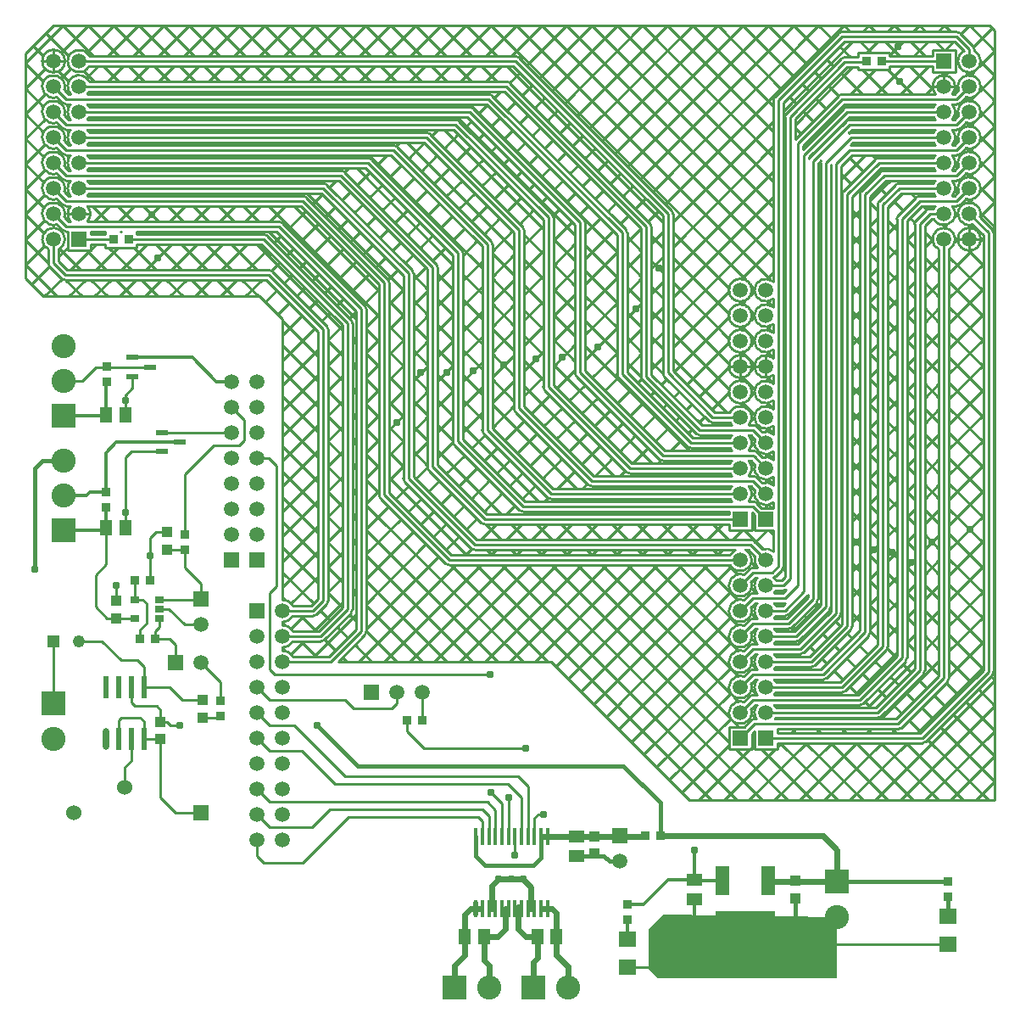
<source format=gtl>
G04 Layer_Physical_Order=1*
G04 Layer_Color=255*
%FSLAX25Y25*%
%MOIN*%
G70*
G01*
G75*
%ADD10C,0.01000*%
%ADD11R,0.03500X0.03500*%
%ADD12R,0.07087X0.06299*%
%ADD13O,0.02362X0.08661*%
%ADD14R,0.02362X0.08661*%
%ADD15R,0.01772X0.06890*%
%ADD16O,0.01772X0.06890*%
%ADD17R,0.05118X0.05906*%
%ADD18R,0.03500X0.03500*%
%ADD19R,0.03937X0.04331*%
%ADD20R,0.03543X0.02559*%
%ADD21R,0.05906X0.05118*%
%ADD22R,0.05512X0.11811*%
%ADD23R,0.23622X0.25590*%
%ADD24R,0.04724X0.02362*%
%ADD25C,0.01400*%
%ADD26C,0.01800*%
%ADD27C,0.02400*%
%ADD28C,0.01600*%
%ADD29R,0.09500X0.09500*%
%ADD30C,0.09500*%
%ADD31C,0.05906*%
%ADD32R,0.05906X0.05906*%
%ADD33R,0.05906X0.05906*%
%ADD34R,0.04800X0.04800*%
%ADD35C,0.04800*%
%ADD36C,0.06000*%
%ADD37R,0.06000X0.06000*%
%ADD38R,0.09500X0.09500*%
%ADD39C,0.03100*%
G36*
X428000Y139720D02*
Y115500D01*
X357500D01*
X354000Y119000D01*
Y135000D01*
X359500Y140500D01*
X428000Y139720D01*
D02*
G37*
D10*
X213978Y242000D02*
G03*
X210000Y244453I-3978J-2000D01*
G01*
Y245547D02*
G03*
X213978Y248000I0J4453D01*
G01*
Y252000D02*
G03*
X210000Y254453I-3978J-2000D01*
G01*
Y255547D02*
G03*
X213978Y258000I0J4453D01*
G01*
Y262000D02*
G03*
X210000Y264453I-3978J-2000D01*
G01*
X222000Y258000D02*
G03*
X223417Y258589I0J2000D01*
G01*
X222000Y258000D02*
G03*
X223414Y258586I0J2000D01*
G01*
X225000Y248000D02*
G03*
X226414Y248586I0J2000D01*
G01*
X225000Y248000D02*
G03*
X226417Y248589I0J2000D01*
G01*
X236914Y259086D02*
G03*
X237500Y260500I-1414J1414D01*
G01*
X236911Y259083D02*
G03*
X237500Y260500I-1411J1417D01*
G01*
X227414Y262586D02*
G03*
X228000Y264000I-1414J1414D01*
G01*
X227411Y262583D02*
G03*
X228000Y264000I-1411J1417D01*
G01*
X242411Y250583D02*
G03*
X243000Y252000I-1411J1417D01*
G01*
X242414Y250586D02*
G03*
X243000Y252000I-1414J1414D01*
G01*
X248000Y305500D02*
G03*
X248589Y304083I2000J0D01*
G01*
X248000Y305500D02*
G03*
X248586Y304086I2000J0D01*
G01*
X274083Y278589D02*
G03*
X275500Y278000I1417J1411D01*
G01*
X274086Y278586D02*
G03*
X275500Y278000I1414J1414D01*
G01*
X257500Y312000D02*
G03*
X258089Y310583I2000J0D01*
G01*
X257500Y312000D02*
G03*
X258086Y310586I2000J0D01*
G01*
X267000Y316500D02*
G03*
X267586Y315086I2000J0D01*
G01*
X267000Y316500D02*
G03*
X267589Y315083I2000J0D01*
G01*
X118000Y396500D02*
G03*
X118586Y395086I2000J0D01*
G01*
X118000Y396500D02*
G03*
X118589Y395083I2000J0D01*
G01*
X123083Y390589D02*
G03*
X124500Y390000I1417J1411D01*
G01*
X123086Y390586D02*
G03*
X124500Y390000I1414J1414D01*
G01*
X205917Y393411D02*
G03*
X204500Y394000I-1417J-1411D01*
G01*
X205914Y393414D02*
G03*
X204500Y394000I-1414J-1414D01*
G01*
X228000Y370500D02*
G03*
X227414Y371914I-2000J0D01*
G01*
X228000Y370500D02*
G03*
X227411Y371917I-2000J0D01*
G01*
X237500Y373000D02*
G03*
X236911Y374417I-2000J0D01*
G01*
X237500Y373000D02*
G03*
X236914Y374414I-2000J0D01*
G01*
X243000Y378500D02*
G03*
X242411Y379917I-2000J0D01*
G01*
X243000Y378500D02*
G03*
X242414Y379914I-2000J0D01*
G01*
X252000Y389000D02*
G03*
X251414Y390414I-2000J0D01*
G01*
X252000Y389000D02*
G03*
X251411Y390417I-2000J0D01*
G01*
X261500Y392500D02*
G03*
X260914Y393914I-2000J0D01*
G01*
X261500Y392500D02*
G03*
X260911Y393917I-2000J0D01*
G01*
X271000Y395000D02*
G03*
X270411Y396417I-2000J0D01*
G01*
X271000Y395000D02*
G03*
X270414Y396414I-2000J0D01*
G01*
X284086Y284586D02*
G03*
X285500Y284000I1414J1414D01*
G01*
X284083Y284589D02*
G03*
X285500Y284000I1417J1411D01*
G01*
X288083Y294589D02*
G03*
X289500Y294000I1417J1411D01*
G01*
X288086Y294586D02*
G03*
X289500Y294000I1414J1414D01*
G01*
X277000Y326500D02*
G03*
X277589Y325083I2000J0D01*
G01*
X277000Y326500D02*
G03*
X277586Y325086I2000J0D01*
G01*
X288500Y331000D02*
G03*
X289086Y329586I2000J0D01*
G01*
X288500Y331000D02*
G03*
X289089Y329583I2000J0D01*
G01*
X303083Y299589D02*
G03*
X304500Y299000I1417J1411D01*
G01*
X303086Y299586D02*
G03*
X304500Y299000I1414J1414D01*
G01*
X314086Y304586D02*
G03*
X315500Y304000I1414J1414D01*
G01*
X314083Y304589D02*
G03*
X315500Y304000I1417J1411D01*
G01*
X330083Y309589D02*
G03*
X331500Y309000I1417J1411D01*
G01*
X330086Y309586D02*
G03*
X331500Y309000I1414J1414D01*
G01*
X345086Y314586D02*
G03*
X346500Y314000I1414J1414D01*
G01*
X345083Y314589D02*
G03*
X346500Y314000I1417J1411D01*
G01*
X358083Y319589D02*
G03*
X359500Y319000I1417J1411D01*
G01*
X358086Y319586D02*
G03*
X359500Y319000I1414J1414D01*
G01*
X301000Y339500D02*
G03*
X301586Y338086I2000J0D01*
G01*
X301000Y339500D02*
G03*
X301589Y338083I2000J0D01*
G01*
X312500Y348000D02*
G03*
X313089Y346583I2000J0D01*
G01*
X312500Y348000D02*
G03*
X313086Y346586I2000J0D01*
G01*
X281000Y400500D02*
G03*
X280411Y401917I-2000J0D01*
G01*
X281000Y400500D02*
G03*
X280414Y401914I-2000J0D01*
G01*
X341500Y353000D02*
G03*
X342086Y351586I2000J0D01*
G01*
X325000Y353500D02*
G03*
X325589Y352083I2000J0D01*
G01*
X325000Y353500D02*
G03*
X325586Y352086I2000J0D01*
G01*
X341500Y353000D02*
G03*
X342089Y351583I2000J0D01*
G01*
X351000Y352000D02*
G03*
X351586Y350586I2000J0D01*
G01*
X351000Y352000D02*
G03*
X351589Y350583I2000J0D01*
G01*
X122000Y402022D02*
G03*
X124453Y406000I-2000J3978D01*
G01*
D02*
G03*
X118000Y402022I-4453J0D01*
G01*
X123586Y409586D02*
G03*
X125000Y409000I1414J1414D01*
G01*
X123583Y409589D02*
G03*
X125000Y409000I1417J1411D01*
G01*
X124453Y416000D02*
G03*
X121399Y411773I-4453J0D01*
G01*
X124227Y414601D02*
G03*
X124453Y416000I-4227J1399D01*
G01*
X123586Y419586D02*
G03*
X125000Y419000I1414J1414D01*
G01*
X123583Y419589D02*
G03*
X125000Y419000I1417J1411D01*
G01*
X126709D02*
G03*
X126709Y413000I3290J-3000D01*
G01*
X134453Y416000D02*
G03*
X133291Y419000I-4453J0D01*
G01*
Y413000D02*
G03*
X134453Y416000I-3290J3000D01*
G01*
X124453Y426000D02*
G03*
X121399Y421773I-4453J0D01*
G01*
X123583Y429589D02*
G03*
X125000Y429000I1417J1411D01*
G01*
X124227Y424601D02*
G03*
X124453Y426000I-4227J1399D01*
G01*
X123586Y429586D02*
G03*
X125000Y429000I1414J1414D01*
G01*
X123583Y439589D02*
G03*
X125000Y439000I1417J1411D01*
G01*
X124453Y436000D02*
G03*
X121399Y431773I-4453J0D01*
G01*
X124227Y434601D02*
G03*
X124453Y436000I-4227J1399D01*
G01*
X123586Y439586D02*
G03*
X125000Y439000I1414J1414D01*
G01*
X126709Y429000D02*
G03*
X126710Y423000I3291J-3000D01*
G01*
X133290D02*
G03*
X133978Y424000I-3290J3000D01*
G01*
Y428000D02*
G03*
X133291Y429000I-3978J-2000D01*
G01*
X126709Y439000D02*
G03*
X126709Y433000I3290J-3000D01*
G01*
X133291D02*
G03*
X133978Y434000I-3290J3000D01*
G01*
Y438000D02*
G03*
X133291Y439000I-3978J-2000D01*
G01*
X203914Y407414D02*
G03*
X202500Y408000I-1414J-1414D01*
G01*
X203917Y407411D02*
G03*
X202500Y408000I-1417J-1411D01*
G01*
X123586Y449586D02*
G03*
X125000Y449000I1414J1414D01*
G01*
X123583Y449589D02*
G03*
X125000Y449000I1417J1411D01*
G01*
X124227Y444601D02*
G03*
X124453Y446000I-4227J1399D01*
G01*
D02*
G03*
X121399Y441773I-4453J0D01*
G01*
X124453Y456000D02*
G03*
X121399Y451773I-4453J0D01*
G01*
X124227Y454601D02*
G03*
X124453Y456000I-4227J1399D01*
G01*
X126709Y449000D02*
G03*
X126709Y443000I3290J-3000D01*
G01*
X133291D02*
G03*
X133978Y444000I-3290J3000D01*
G01*
Y448000D02*
G03*
X133291Y449000I-3978J-2000D01*
G01*
X126709Y459000D02*
G03*
X126709Y453000I3290J-3000D01*
G01*
X133291D02*
G03*
X133978Y454000I-3290J3000D01*
G01*
Y458000D02*
G03*
X133291Y459000I-3978J-2000D01*
G01*
X124453Y466000D02*
G03*
X121399Y461773I-4453J0D01*
G01*
X123583Y459589D02*
G03*
X125000Y459000I1417J1411D01*
G01*
X123586Y459586D02*
G03*
X125000Y459000I1414J1414D01*
G01*
X124227Y464601D02*
G03*
X124453Y466000I-4227J1399D01*
G01*
Y476000D02*
G03*
X124453Y476000I-4453J0D01*
G01*
X133978Y468000D02*
G03*
X126709Y463000I-3978J-2000D01*
G01*
X133291D02*
G03*
X133978Y464000I-3290J3000D01*
G01*
Y478000D02*
G03*
X133978Y474000I-3978J-2000D01*
G01*
X209914Y412414D02*
G03*
X208500Y413000I-1414J-1414D01*
G01*
X209917Y412411D02*
G03*
X208500Y413000I-1417J-1411D01*
G01*
X219414Y422414D02*
G03*
X218000Y423000I-1414J-1414D01*
G01*
X219417Y422411D02*
G03*
X218000Y423000I-1417J-1411D01*
G01*
X227417Y427411D02*
G03*
X226000Y428000I-1417J-1411D01*
G01*
X227414Y427414D02*
G03*
X226000Y428000I-1414J-1414D01*
G01*
X234414Y432414D02*
G03*
X233000Y433000I-1414J-1414D01*
G01*
X234417Y432411D02*
G03*
X233000Y433000I-1417J-1411D01*
G01*
X244914Y437414D02*
G03*
X243500Y438000I-1414J-1414D01*
G01*
X244917Y437411D02*
G03*
X243500Y438000I-1417J-1411D01*
G01*
X254917Y442411D02*
G03*
X253500Y443000I-1417J-1411D01*
G01*
X292500Y404000D02*
G03*
X291914Y405414I-2000J0D01*
G01*
X292500Y404000D02*
G03*
X291911Y405417I-2000J0D01*
G01*
X305000Y409500D02*
G03*
X304414Y410914I-2000J0D01*
G01*
X305000Y409500D02*
G03*
X304411Y410917I-2000J0D01*
G01*
X345500Y408500D02*
G03*
X344911Y409917I-2000J0D01*
G01*
X329000Y412500D02*
G03*
X328414Y413914I-2000J0D01*
G01*
X345500Y408500D02*
G03*
X344914Y409914I-2000J0D01*
G01*
X329000Y412500D02*
G03*
X328411Y413917I-2000J0D01*
G01*
X355000Y411000D02*
G03*
X354414Y412414I-2000J0D01*
G01*
X355000Y411000D02*
G03*
X354411Y412417I-2000J0D01*
G01*
X316500Y414500D02*
G03*
X315914Y415914I-2000J0D01*
G01*
X316500Y414500D02*
G03*
X315911Y415917I-2000J0D01*
G01*
X254914Y442414D02*
G03*
X253500Y443000I-1414J-1414D01*
G01*
X267914Y447414D02*
G03*
X266500Y448000I-1414J-1414D01*
G01*
X267917Y447411D02*
G03*
X266500Y448000I-1417J-1411D01*
G01*
X279417Y452411D02*
G03*
X278000Y453000I-1417J-1411D01*
G01*
X279414Y452414D02*
G03*
X278000Y453000I-1414J-1414D01*
G01*
X284917Y457411D02*
G03*
X283500Y458000I-1417J-1411D01*
G01*
X284914Y457414D02*
G03*
X283500Y458000I-1414J-1414D01*
G01*
X292417Y462411D02*
G03*
X291000Y463000I-1417J-1411D01*
G01*
X292414Y462414D02*
G03*
X291000Y463000I-1414J-1414D01*
G01*
X299414Y467414D02*
G03*
X298000Y468000I-1414J-1414D01*
G01*
X299417Y467411D02*
G03*
X298000Y468000I-1417J-1411D01*
G01*
X302914Y477414D02*
G03*
X301500Y478000I-1414J-1414D01*
G01*
X302917Y477411D02*
G03*
X301500Y478000I-1417J-1411D01*
G01*
X395500Y217500D02*
G03*
X394083Y216911I0J-2000D01*
G01*
X391399Y224227D02*
G03*
X394453Y220000I-1399J-4227D01*
G01*
X391399Y234227D02*
G03*
X394453Y230000I-1399J-4227D01*
G01*
Y220000D02*
G03*
X394227Y221399I-4453J0D01*
G01*
X394453Y230000D02*
G03*
X394227Y231399I-4453J0D01*
G01*
X395000Y227000D02*
G03*
X393583Y226411I0J-2000D01*
G01*
X395000Y227000D02*
G03*
X393586Y226414I0J-2000D01*
G01*
X395500Y217500D02*
G03*
X394086Y216914I0J-2000D01*
G01*
X396709Y223000D02*
G03*
X396315Y217500I3290J-3000D01*
G01*
X396709Y233000D02*
G03*
X396710Y227000I3291J-3000D01*
G01*
X391399Y244227D02*
G03*
X394453Y240000I-1399J-4227D01*
G01*
X395000Y237000D02*
G03*
X393583Y236411I0J-2000D01*
G01*
X395000Y237000D02*
G03*
X393586Y236414I0J-2000D01*
G01*
X395000Y247000D02*
G03*
X393583Y246411I0J-2000D01*
G01*
X394453Y240000D02*
G03*
X394227Y241399I-4453J0D01*
G01*
X394453Y250000D02*
G03*
X394227Y251399I-4453J0D01*
G01*
X395000Y247000D02*
G03*
X393586Y246414I0J-2000D01*
G01*
X391399Y254227D02*
G03*
X394453Y250000I-1399J-4227D01*
G01*
X391399Y264227D02*
G03*
X394453Y260000I-1399J-4227D01*
G01*
X395000Y267000D02*
G03*
X393583Y266411I0J-2000D01*
G01*
X395000Y257000D02*
G03*
X393586Y256414I0J-2000D01*
G01*
X395000Y257000D02*
G03*
X393583Y256411I0J-2000D01*
G01*
X394453Y260000D02*
G03*
X394227Y261399I-4453J0D01*
G01*
X395000Y267000D02*
G03*
X393586Y266414I0J-2000D01*
G01*
X394453Y270000D02*
G03*
X394227Y271399I-4453J0D01*
G01*
X396709Y243000D02*
G03*
X396709Y237000I3290J-3000D01*
G01*
Y253000D02*
G03*
X396709Y247000I3290J-3000D01*
G01*
Y263000D02*
G03*
X396709Y257000I3290J-3000D01*
G01*
Y273000D02*
G03*
X396709Y267000I3290J-3000D01*
G01*
X403685Y217500D02*
G03*
X403978Y218000I-3685J2500D01*
G01*
Y222000D02*
G03*
X403291Y223000I-3978J-2000D01*
G01*
X403290Y227000D02*
G03*
X403978Y228000I-3290J3000D01*
G01*
Y232000D02*
G03*
X403291Y233000I-3978J-2000D01*
G01*
X403291Y237000D02*
G03*
X403978Y238000I-3290J3000D01*
G01*
Y242000D02*
G03*
X403291Y243000I-3978J-2000D01*
G01*
X413500D02*
G03*
X414914Y243586I0J2000D01*
G01*
X413500Y243000D02*
G03*
X414917Y243589I0J2000D01*
G01*
X403978Y252000D02*
G03*
X403291Y253000I-3978J-2000D01*
G01*
Y247000D02*
G03*
X403978Y248000I-3290J3000D01*
G01*
X403291Y257000D02*
G03*
X403978Y258000I-3290J3000D01*
G01*
Y262000D02*
G03*
X403291Y263000I-3978J-2000D01*
G01*
Y267000D02*
G03*
X403978Y268000I-3290J3000D01*
G01*
X407000D02*
G03*
X407871Y268200I0J2000D01*
G01*
X409000Y253000D02*
G03*
X410417Y253589I0J2000D01*
G01*
X412000Y248000D02*
G03*
X413414Y248586I0J2000D01*
G01*
X412000Y248000D02*
G03*
X413417Y248589I0J2000D01*
G01*
X409000Y253000D02*
G03*
X410414Y253586I0J2000D01*
G01*
X407500Y258000D02*
G03*
X408917Y258589I0J2000D01*
G01*
X407000Y268000D02*
G03*
X407871Y268200I0J2000D01*
G01*
X407500Y258000D02*
G03*
X408914Y258586I0J2000D01*
G01*
X391399Y274227D02*
G03*
X394453Y270000I-1399J-4227D01*
G01*
X386022Y278000D02*
G03*
X394453Y280000I3978J2000D01*
G01*
D02*
G03*
X391956Y284000I-4453J0D01*
G01*
X388044D02*
G03*
X386022Y282000I1956J-4000D01*
G01*
X386022Y304000D02*
G03*
X386710Y303000I3978J2000D01*
G01*
X369086Y324586D02*
G03*
X370500Y324000I1414J1414D01*
G01*
X369083Y324589D02*
G03*
X370500Y324000I1417J1411D01*
G01*
X386022Y314000D02*
G03*
X386710Y313000I3978J2000D01*
G01*
Y309000D02*
G03*
X386022Y308000I3290J-3000D01*
G01*
X393290Y313000D02*
G03*
X394453Y316000I-3290J3000D01*
G01*
X386709Y319000D02*
G03*
X386022Y318000I3291J-3000D01*
G01*
X394453Y316000D02*
G03*
X393290Y319000I-4453J0D01*
G01*
X386022Y324000D02*
G03*
X386709Y323000I3978J2000D01*
G01*
X393290D02*
G03*
X394453Y326000I-3290J3000D01*
G01*
D02*
G03*
X393290Y329000I-4453J0D01*
G01*
X395000Y277000D02*
G03*
X393586Y276414I0J-2000D01*
G01*
X395000Y277000D02*
G03*
X393583Y276411I0J-2000D01*
G01*
X395417Y287411D02*
G03*
X394000Y288000I-1417J-1411D01*
G01*
X395773Y281399D02*
G03*
X396709Y277000I4227J-1399D01*
G01*
X403000Y283290D02*
G03*
X398601Y284227I-3000J-3290D01*
G01*
X395414Y287414D02*
G03*
X394000Y288000I-1414J-1414D01*
G01*
X403178Y273119D02*
G03*
X403917Y273589I-678J1881D01*
G01*
X403978Y272000D02*
G03*
X403178Y273118I-3978J-2000D01*
G01*
X403178Y273119D02*
G03*
X403914Y273586I-678J1881D01*
G01*
X406411Y276083D02*
G03*
X407000Y277500I-1411J1417D01*
G01*
X406414Y276086D02*
G03*
X407000Y277500I-1414J1414D01*
G01*
X393290Y303000D02*
G03*
X394453Y306000I-3290J3000D01*
G01*
D02*
G03*
X393290Y309000I-4453J0D01*
G01*
X396414Y302414D02*
G03*
X395000Y303000I-1414J-1414D01*
G01*
X396417Y302411D02*
G03*
X395000Y303000I-1417J-1411D01*
G01*
X396417Y312411D02*
G03*
X395000Y313000I-1417J-1411D01*
G01*
X396414Y312414D02*
G03*
X395000Y313000I-1414J-1414D01*
G01*
X396414Y322414D02*
G03*
X395000Y323000I-1414J-1414D01*
G01*
X396417Y322411D02*
G03*
X395000Y323000I-1417J-1411D01*
G01*
X395773Y307399D02*
G03*
X403000Y302710I4227J-1399D01*
G01*
Y309291D02*
G03*
X398601Y310227I-3000J-3290D01*
G01*
X403000Y319290D02*
G03*
X398601Y320227I-3000J-3290D01*
G01*
X395773Y317399D02*
G03*
X403000Y312710I4227J-1399D01*
G01*
X395773Y327399D02*
G03*
X403000Y322709I4227J-1399D01*
G01*
X430000Y228000D02*
G03*
X431414Y228586I0J2000D01*
G01*
X430000Y228000D02*
G03*
X431417Y228589I0J2000D01*
G01*
X437000Y223000D02*
G03*
X438414Y223586I0J2000D01*
G01*
X437000Y223000D02*
G03*
X438417Y223589I0J2000D01*
G01*
X418000Y238000D02*
G03*
X419414Y238586I0J2000D01*
G01*
X418000Y238000D02*
G03*
X419417Y238589I0J2000D01*
G01*
X422500Y233000D02*
G03*
X423914Y233586I0J2000D01*
G01*
X422500Y233000D02*
G03*
X423917Y233589I0J2000D01*
G01*
X428914Y257586D02*
G03*
X429500Y259000I-1414J1414D01*
G01*
X428911Y257583D02*
G03*
X429500Y259000I-1411J1417D01*
G01*
X433411Y252583D02*
G03*
X434000Y254000I-1411J1417D01*
G01*
X433414Y252586D02*
G03*
X434000Y254000I-1414J1414D01*
G01*
X452000Y213500D02*
G03*
X453414Y214086I0J2000D01*
G01*
X461500Y208000D02*
G03*
X462914Y208586I0J2000D01*
G01*
X461500Y208000D02*
G03*
X462917Y208589I0J2000D01*
G01*
X452000Y213500D02*
G03*
X453417Y214089I0J2000D01*
G01*
X444000Y218000D02*
G03*
X445414Y218586I0J2000D01*
G01*
X444000Y218000D02*
G03*
X445417Y218589I0J2000D01*
G01*
X447411Y244583D02*
G03*
X448000Y246000I-1411J1417D01*
G01*
X454914Y240086D02*
G03*
X455500Y241500I-1414J1414D01*
G01*
X454911Y240083D02*
G03*
X455500Y241500I-1411J1417D01*
G01*
X447414Y244586D02*
G03*
X448000Y246000I-1414J1414D01*
G01*
X440411Y250083D02*
G03*
X441000Y251500I-1411J1417D01*
G01*
X440414Y250086D02*
G03*
X441000Y251500I-1414J1414D01*
G01*
X461914Y235086D02*
G03*
X462500Y236500I-1414J1414D01*
G01*
X461911Y235083D02*
G03*
X462500Y236500I-1411J1417D01*
G01*
X471414Y232086D02*
G03*
X472000Y233500I-1414J1414D01*
G01*
X471411Y232083D02*
G03*
X472000Y233500I-1411J1417D01*
G01*
X488914Y234586D02*
G03*
X489500Y236000I-1414J1414D01*
G01*
X488911Y234583D02*
G03*
X489500Y236000I-1411J1417D01*
G01*
X424911Y260083D02*
G03*
X425500Y261500I-1411J1417D01*
G01*
X424914Y260086D02*
G03*
X425500Y261500I-1414J1414D01*
G01*
X419914Y263086D02*
G03*
X420500Y264500I-1414J1414D01*
G01*
X419911Y263083D02*
G03*
X420500Y264500I-1411J1417D01*
G01*
X372586Y329586D02*
G03*
X374000Y329000I1414J1414D01*
G01*
X372583Y329589D02*
G03*
X374000Y329000I1417J1411D01*
G01*
X377586Y334586D02*
G03*
X379000Y334000I1414J1414D01*
G01*
X377583Y334589D02*
G03*
X379000Y334000I1417J1411D01*
G01*
X386709Y329000D02*
G03*
X386022Y328000I3290J-3000D01*
G01*
X403000Y329291D02*
G03*
X398601Y330227I-3000J-3290D01*
G01*
X396414Y332414D02*
G03*
X395000Y333000I-1414J-1414D01*
G01*
X396417Y332411D02*
G03*
X395000Y333000I-1417J-1411D01*
G01*
X386022Y334000D02*
G03*
X386709Y333000I3978J2000D01*
G01*
X394453Y336000D02*
G03*
X386022Y338000I-4453J0D01*
G01*
X394453Y346000D02*
G03*
X394453Y346000I-4453J0D01*
G01*
X393290Y333000D02*
G03*
X394453Y336000I-3290J3000D01*
G01*
X403000Y339290D02*
G03*
X403000Y332710I-3000J-3290D01*
G01*
Y349290D02*
G03*
X403000Y342709I-3000J-3290D01*
G01*
X359500Y353500D02*
G03*
X360086Y352086I2000J0D01*
G01*
X359500Y353500D02*
G03*
X360089Y352083I2000J0D01*
G01*
X394453Y356000D02*
G03*
X394453Y356000I-4453J0D01*
G01*
X403000Y359290D02*
G03*
X403000Y352710I-3000J-3290D01*
G01*
X394453Y376000D02*
G03*
X394453Y376000I-4453J0D01*
G01*
Y366000D02*
G03*
X394453Y366000I-4453J0D01*
G01*
Y386000D02*
G03*
X394453Y386000I-4453J0D01*
G01*
X403000Y379291D02*
G03*
X403000Y372709I-3000J-3290D01*
G01*
Y369290D02*
G03*
X403000Y362709I-3000J-3290D01*
G01*
Y389290D02*
G03*
X403000Y382710I-3000J-3290D01*
G01*
X363500Y416000D02*
G03*
X362914Y417414I-2000J0D01*
G01*
X363500Y416000D02*
G03*
X362911Y417417I-2000J0D01*
G01*
X421700Y436871D02*
G03*
X421500Y436000I1800J-871D01*
G01*
X421700Y436871D02*
G03*
X421500Y436000I1800J-871D01*
G01*
X408086Y455414D02*
G03*
X407500Y454000I1414J-1414D01*
G01*
X408089Y455417D02*
G03*
X407500Y454000I1411J-1417D01*
G01*
X403586Y461914D02*
G03*
X403000Y460500I1414J-1414D01*
G01*
X403589Y461917D02*
G03*
X403000Y460500I1411J-1417D01*
G01*
X430000Y463000D02*
G03*
X428586Y462414I0J-2000D01*
G01*
X430000Y463000D02*
G03*
X428583Y462411I0J-2000D01*
G01*
X430000Y487500D02*
G03*
X428586Y486914I0J-2000D01*
G01*
X430000Y487500D02*
G03*
X428583Y486911I0J-2000D01*
G01*
X430586Y424914D02*
G03*
X430000Y423500I1414J-1414D01*
G01*
X430589Y424917D02*
G03*
X430000Y423500I1411J-1417D01*
G01*
X437586Y424914D02*
G03*
X437000Y423500I1414J-1414D01*
G01*
X437589Y424917D02*
G03*
X437000Y423500I1411J-1417D01*
G01*
X444589Y420917D02*
G03*
X444000Y419500I1411J-1417D01*
G01*
X444586Y420914D02*
G03*
X444000Y419500I1414J-1414D01*
G01*
X446500Y433000D02*
G03*
X445083Y432411I0J-2000D01*
G01*
X444500Y438000D02*
G03*
X443086Y437414I0J-2000D01*
G01*
X446500Y433000D02*
G03*
X445086Y432414I0J-2000D01*
G01*
X444500Y438000D02*
G03*
X443083Y437411I0J-2000D01*
G01*
X433000Y453000D02*
G03*
X431583Y452411I0J-2000D01*
G01*
X433500Y448000D02*
G03*
X432629Y447800I0J-2000D01*
G01*
X432000Y458000D02*
G03*
X430586Y457414I0J-2000D01*
G01*
X433000Y453000D02*
G03*
X431586Y452414I0J-2000D01*
G01*
X432000Y458000D02*
G03*
X430583Y457411I0J-2000D01*
G01*
X433500Y448000D02*
G03*
X432629Y447800I0J-2000D01*
G01*
X431000Y477500D02*
G03*
X429583Y476911I0J-2000D01*
G01*
X431000Y477500D02*
G03*
X429586Y476914I0J-2000D01*
G01*
X452086Y415414D02*
G03*
X451500Y414000I1414J-1414D01*
G01*
X452089Y415417D02*
G03*
X451500Y414000I1411J-1417D01*
G01*
X452500Y428000D02*
G03*
X451083Y427411I0J-2000D01*
G01*
X452500Y428000D02*
G03*
X451086Y427414I0J-2000D01*
G01*
X459086Y413414D02*
G03*
X458500Y412000I1414J-1414D01*
G01*
X459089Y413417D02*
G03*
X458500Y412000I1411J-1417D01*
G01*
X464500Y418000D02*
G03*
X463083Y417411I0J-2000D01*
G01*
X460500Y423000D02*
G03*
X459083Y422411I0J-2000D01*
G01*
X460500Y423000D02*
G03*
X459086Y422414I0J-2000D01*
G01*
X472000Y402022D02*
G03*
X474453Y406000I-2000J3978D01*
G01*
D02*
G03*
X468000Y402022I-4453J0D01*
G01*
X484453Y406000D02*
G03*
X484453Y406000I-4453J0D01*
G01*
X466022Y414000D02*
G03*
X474453Y416000I3978J2000D01*
G01*
X464500Y418000D02*
G03*
X463086Y417414I0J-2000D01*
G01*
X466710Y419000D02*
G03*
X466022Y418000I3290J-3000D01*
G01*
X474453Y416000D02*
G03*
X473290Y419000I-4453J0D01*
G01*
X466022Y424000D02*
G03*
X466710Y423000I3978J2000D01*
G01*
Y429000D02*
G03*
X466022Y428000I3290J-3000D01*
G01*
X473290Y423000D02*
G03*
X474453Y426000I-3290J3000D01*
G01*
D02*
G03*
X473290Y429000I-4453J0D01*
G01*
X489500Y408500D02*
G03*
X488914Y409914I-2000J0D01*
G01*
X489500Y408500D02*
G03*
X488911Y409917I-2000J0D01*
G01*
X484227Y414601D02*
G03*
X484453Y416000I-4227J1399D01*
G01*
X475000Y419000D02*
G03*
X476414Y419586I0J2000D01*
G01*
X484453Y416000D02*
G03*
X481399Y411773I-4453J0D01*
G01*
X475000Y429000D02*
G03*
X476414Y429586I0J2000D01*
G01*
X475000Y419000D02*
G03*
X476417Y419589I0J2000D01*
G01*
X478601Y421773D02*
G03*
X484453Y426000I1399J4227D01*
G01*
X466022Y434000D02*
G03*
X466710Y433000I3978J2000D01*
G01*
Y439000D02*
G03*
X466022Y438000I3290J-3000D01*
G01*
X466710Y449000D02*
G03*
X466022Y448000I3290J-3000D01*
G01*
Y444000D02*
G03*
X466710Y443000I3978J2000D01*
G01*
X466022Y454000D02*
G03*
X466710Y453000I3978J2000D01*
G01*
X474453Y456000D02*
G03*
X473290Y459000I-4453J0D01*
G01*
X466710D02*
G03*
X466022Y458000I3290J-3000D01*
G01*
X474453Y466000D02*
G03*
X466710Y463000I-4453J0D01*
G01*
X473290Y433000D02*
G03*
X474453Y436000I-3290J3000D01*
G01*
D02*
G03*
X473290Y439000I-4453J0D01*
G01*
X475000Y429000D02*
G03*
X476417Y429589I0J2000D01*
G01*
X475000Y439000D02*
G03*
X476414Y439586I0J2000D01*
G01*
X475000Y439000D02*
G03*
X476417Y439589I0J2000D01*
G01*
X473290Y443000D02*
G03*
X474453Y446000I-3290J3000D01*
G01*
D02*
G03*
X473290Y449000I-4453J0D01*
G01*
X475000D02*
G03*
X476414Y449586I0J2000D01*
G01*
X475000Y449000D02*
G03*
X476417Y449589I0J2000D01*
G01*
X484453Y426000D02*
G03*
X475773Y424601I-4453J0D01*
G01*
X478601Y431773D02*
G03*
X484453Y436000I1399J4227D01*
G01*
D02*
G03*
X475773Y434601I-4453J0D01*
G01*
X484453Y446000D02*
G03*
X475773Y444601I-4453J0D01*
G01*
X478601Y441773D02*
G03*
X484453Y446000I1399J4227D01*
G01*
X478601Y451773D02*
G03*
X484453Y456000I1399J4227D01*
G01*
X473290Y453000D02*
G03*
X474453Y456000I-3291J3000D01*
G01*
X475000Y459000D02*
G03*
X476414Y459586I0J2000D01*
G01*
X475000Y459000D02*
G03*
X476417Y459589I0J2000D01*
G01*
X473290Y463000D02*
G03*
X474453Y466000I-3290J3000D01*
G01*
X476417Y486911D02*
G03*
X475000Y487500I-1417J-1411D01*
G01*
X476414Y486914D02*
G03*
X475000Y487500I-1414J-1414D01*
G01*
X484453Y456000D02*
G03*
X475773Y454601I-4453J0D01*
G01*
X478601Y461773D02*
G03*
X484453Y466000I1399J4227D01*
G01*
D02*
G03*
X475773Y464601I-4453J0D01*
G01*
X477800Y479871D02*
G03*
X484453Y476000I2200J-3871D01*
G01*
X482000Y480500D02*
G03*
X481411Y481917I-2000J0D01*
G01*
X484453Y476000D02*
G03*
X482000Y479978I-4453J0D01*
G01*
Y480500D02*
G03*
X481414Y481914I-2000J0D01*
G01*
X140760Y278260D02*
Y292500D01*
X424512Y128988D02*
X471500D01*
X345500Y119988D02*
X356488D01*
X236000Y179000D02*
X287000D01*
X218000Y161000D02*
X236000Y179000D01*
X130000Y406000D02*
X143500D01*
X120000Y396500D02*
Y406000D01*
Y396500D02*
X124500Y392000D01*
X204500D01*
X226000Y370500D01*
X120000Y416000D02*
X125000Y411000D01*
X120000Y426000D02*
X125000Y421000D01*
X275500Y280000D02*
X390000D01*
X394000Y286000D02*
X400000Y280000D01*
X120000Y436000D02*
X125000Y431000D01*
X289500Y296000D02*
X390000D01*
X395000Y301000D02*
X400000Y296000D01*
X120000Y446000D02*
X125000Y441000D01*
X253500D01*
X290500Y404000D01*
Y331000D02*
Y404000D01*
Y331000D02*
X315500Y306000D01*
X390000D01*
X130000Y446000D02*
X266500D01*
X395000Y311000D02*
X400000Y306000D01*
X120000Y456000D02*
X125000Y451000D01*
X278000D01*
X395500Y320500D02*
X400000Y316000D01*
X395500Y320500D02*
X395500D01*
X395000Y321000D02*
X395500Y320500D01*
X343500Y353000D02*
Y408500D01*
X291000Y461000D02*
X343500Y408500D01*
X125000Y461000D02*
X291000D01*
X120000Y466000D02*
X125000Y461000D01*
X130000Y466000D02*
X298000D01*
X353000Y411000D01*
X343500Y353000D02*
X370500Y326000D01*
X390000D01*
X353000Y352000D02*
Y411000D01*
Y352000D02*
X374000Y331000D01*
X395000D01*
X400000Y326000D01*
X379000Y336000D02*
X390000D01*
X361500Y353500D02*
X379000Y336000D01*
X361500Y353500D02*
Y416000D01*
X301500Y476000D02*
X361500Y416000D01*
X130000Y476000D02*
X301500D01*
X400000Y210000D02*
X461500D01*
X487500Y236000D01*
Y408500D01*
X480000Y416000D02*
X487500Y408500D01*
X470000Y233500D02*
Y406000D01*
X452000Y215500D02*
X470000Y233500D01*
X395500Y215500D02*
X452000D01*
X390000Y210000D02*
X395500Y215500D01*
X475000Y421000D02*
X480000Y426000D01*
X400000Y220000D02*
X444000D01*
X390000D02*
X395000Y225000D01*
X452500Y426000D02*
X470000D01*
X446000Y419500D02*
X452500Y426000D01*
X475000Y431000D02*
X480000Y436000D01*
X446500Y431000D02*
X475000D01*
X390000Y230000D02*
X395000Y235000D01*
X400000Y240000D02*
X418000D01*
X475000Y441000D02*
X480000Y446000D01*
X433000Y441000D02*
X475000D01*
X395000Y245000D02*
X413500D01*
X390000Y240000D02*
X395000Y245000D01*
X400000Y250000D02*
X412000D01*
X433500Y446000D02*
X470000D01*
X475000Y451000D02*
X480000Y456000D01*
X395000Y255000D02*
X409000D01*
X390000Y250000D02*
X395000Y255000D01*
X475000Y461000D02*
X480000Y466000D01*
X400000Y260000D02*
X407500D01*
X395000Y265000D02*
X407500D01*
X390000Y260000D02*
X395000Y265000D01*
X445500Y476000D02*
X470000D01*
X480000D02*
Y480500D01*
X475000Y485500D02*
X480000Y480500D01*
X430000Y485500D02*
X475000D01*
X405000Y460500D02*
X430000Y485500D01*
X400000Y270000D02*
X407000D01*
X409500Y272500D01*
X405000Y277500D02*
Y460500D01*
X402500Y275000D02*
X405000Y277500D01*
X395000Y275000D02*
X402500D01*
X390000Y270000D02*
X395000Y275000D01*
X161500Y330000D02*
X190000D01*
Y340000D02*
X195000Y335000D01*
Y327000D02*
Y335000D01*
X193000Y325000D02*
X195000Y327000D01*
X164654Y284000D02*
X171500D01*
X120000Y223500D02*
Y248000D01*
X129800D02*
X139000D01*
X146500Y240500D01*
X153000D01*
X155500Y238000D01*
Y229972D02*
Y238000D01*
Y229972D02*
X165528D01*
X170653Y224847D01*
X178500D01*
Y218154D02*
X185153D01*
X185500Y224500D02*
Y232000D01*
X178000Y239500D02*
X185500Y232000D01*
X161500Y260740D02*
X165260D01*
X171500Y254500D01*
X178000D01*
X161500Y264480D02*
X177980D01*
X171500Y277000D02*
Y284000D01*
Y277000D02*
X177980Y270520D01*
Y264480D02*
Y270520D01*
X144653Y257000D02*
X152051D01*
Y264480D02*
Y271949D01*
X150500Y201000D02*
Y209500D01*
X148000Y198500D02*
X150500Y201000D01*
X148000Y190500D02*
Y198500D01*
X145500Y209500D02*
Y217000D01*
X146500Y218000D01*
X154000D01*
X155500Y216500D01*
X155654Y209653D02*
X162000D01*
X155500Y209500D02*
Y216500D01*
X162000Y186500D02*
Y209653D01*
Y186500D02*
X168000Y180500D01*
X178000D01*
X150500Y224000D02*
Y229972D01*
Y224000D02*
X152000Y222500D01*
X160500D01*
X162000Y221000D01*
Y216347D02*
Y221000D01*
X154000Y249000D02*
Y252500D01*
X156500Y255000D01*
Y263000D01*
X155020Y264480D02*
X156500Y263000D01*
X152051Y264480D02*
X155020D01*
X160000Y249000D02*
Y252000D01*
X161500Y253500D01*
Y257000D01*
X168000Y239500D02*
Y246500D01*
X165500Y249000D02*
X168000Y246500D01*
X160000Y249000D02*
X165500D01*
X200000Y320000D02*
X204500D01*
X207500Y317000D01*
Y269500D02*
Y317000D01*
X205000Y267000D02*
X207500Y269500D01*
X205000Y237000D02*
Y267000D01*
Y237000D02*
X207000Y235000D01*
X202500Y161000D02*
X218000D01*
X200000Y163500D02*
X202500Y161000D01*
X200000Y163500D02*
Y170000D01*
X221500Y175000D02*
X228500Y182000D01*
X205000Y175000D02*
X221500D01*
X200000Y180000D02*
X205000Y175000D01*
X200000Y190000D02*
X205000Y185000D01*
X228500Y182000D02*
X288500D01*
X205000Y185000D02*
X290500D01*
X310500Y180000D02*
X312500D01*
X309032Y178532D02*
X310500Y180000D01*
X309032Y171346D02*
Y178532D01*
X298795Y171346D02*
Y186500D01*
X293677Y171346D02*
Y181823D01*
X290500Y185000D02*
X293677Y181823D01*
X287000Y179000D02*
X288559Y177441D01*
Y171346D02*
Y177441D01*
X291118Y171346D02*
Y179382D01*
X288500Y182000D02*
X291118Y179382D01*
X296236Y171346D02*
Y184264D01*
X292000Y188500D02*
X296236Y184264D01*
X217500Y205000D02*
X230500Y192000D01*
X205000Y205000D02*
X217500D01*
X200000Y210000D02*
X205000Y205000D01*
X200000Y220000D02*
X205000Y215000D01*
X214500D01*
X234500Y195000D01*
X302500D01*
X306472Y191028D01*
Y171346D02*
Y191028D01*
X303913Y171346D02*
Y186587D01*
X298500Y192000D02*
X303913Y186587D01*
X230500Y192000D02*
X298500D01*
X207000Y235000D02*
X291500D01*
X265000Y217000D02*
Y228000D01*
X200000Y230000D02*
X205000Y225000D01*
X234500D01*
X238000Y221500D01*
X253000D01*
X255000Y223500D01*
Y228000D01*
X301354Y163646D02*
Y171346D01*
X171500Y290000D02*
Y313500D01*
X183000Y325000D01*
X193000D01*
X136500Y274000D02*
X140760Y278260D01*
X136500Y261653D02*
Y274000D01*
Y261653D02*
X141000Y257154D01*
X144500D01*
Y263846D02*
Y270000D01*
X160346Y290846D02*
X164500D01*
X158000Y288500D02*
X160346Y290846D01*
X158000Y272000D02*
Y288500D01*
X259000Y212500D02*
Y217000D01*
Y212500D02*
X265500Y206000D01*
X305500D01*
X162000Y216347D02*
X164654D01*
X166000Y215000D01*
X169500D01*
X125000Y431000D02*
X233000D01*
X130000Y436000D02*
X243500D01*
X304500Y301000D02*
X395000D01*
X331500Y311000D02*
X395000D01*
X303000Y339500D02*
X331500Y311000D01*
X303000Y339500D02*
Y409500D01*
X266500Y446000D02*
X303000Y409500D01*
X279000Y326500D02*
X304500Y301000D01*
X279000Y326500D02*
Y400500D01*
X243500Y436000D02*
X279000Y400500D01*
X269000Y316500D02*
X289500Y296000D01*
X269000Y316500D02*
Y395000D01*
X233000Y431000D02*
X269000Y395000D01*
X259500Y312000D02*
X285500Y286000D01*
X394000D01*
X130000Y426000D02*
X226000D01*
X259500Y392500D01*
Y312000D02*
Y392500D01*
X278000Y451000D02*
X314500Y414500D01*
Y348000D02*
Y414500D01*
Y348000D02*
X346500Y316000D01*
X390000D01*
X359500Y321000D02*
X395000D01*
X327000Y353500D02*
X359500Y321000D01*
X130000Y456000D02*
X283500D01*
X327000Y412500D01*
Y353500D02*
Y412500D01*
X210000Y240000D02*
X229000D01*
X210000Y260000D02*
X222000D01*
X226000Y264000D01*
Y370500D01*
X210000Y250000D02*
X225000D01*
X235500Y260500D01*
X229000Y240000D02*
X241000Y252000D01*
X250000Y305500D02*
X275500Y280000D01*
X149500Y406000D02*
X202500D01*
X235500Y373000D01*
Y260500D02*
Y373000D01*
X409500Y272500D02*
Y454000D01*
X431000Y475500D01*
X439500D01*
X464500Y416000D02*
X470000D01*
X444000Y220000D02*
X460500Y236500D01*
Y412000D01*
X464500Y416000D01*
X395000Y225000D02*
X437000D01*
X460500Y421000D02*
X475000D01*
X437000Y225000D02*
X453500Y241500D01*
Y414000D01*
X460500Y421000D01*
X439000Y423500D02*
X446500Y431000D01*
X444500Y436000D02*
X470000D01*
X418000Y240000D02*
X432000Y254000D01*
Y423500D01*
X444500Y436000D01*
X395000Y235000D02*
X422500D01*
X439000Y251500D01*
Y423500D01*
X400000Y230000D02*
X430000D01*
X446000Y246000D01*
Y419500D01*
X413500Y245000D02*
X427500Y259000D01*
Y435500D01*
X433000Y441000D01*
X412000Y250000D02*
X423500Y261500D01*
Y436000D01*
X433500Y446000D01*
X409000Y255000D02*
X418500Y264500D01*
Y436500D01*
X433000Y451000D01*
X475000D01*
X432000Y456000D02*
X470000D01*
X407500Y260000D02*
X415000Y267500D01*
Y439000D01*
X432000Y456000D01*
X430000Y461000D02*
X475000D01*
X407500Y265000D02*
X412500Y270000D01*
Y443500D01*
X430000Y461000D01*
X125000Y411000D02*
X208500D01*
X241000Y378500D01*
Y252000D02*
Y378500D01*
X250000Y305500D02*
Y389000D01*
X125000Y421000D02*
X218000D01*
X250000Y389000D01*
X210000Y245377D02*
X211049Y244327D01*
X210000Y244453D02*
Y245547D01*
X213296Y242994D02*
X218302Y248000D01*
X217276D02*
X223276Y242000D01*
X210000Y255276D02*
X210919Y254357D01*
X213978Y248000D02*
X225000D01*
X213978Y252000D02*
X224172D01*
X210000Y254453D02*
Y255547D01*
X213343Y252941D02*
X218402Y258000D01*
X213978D02*
X222000D01*
X217176D02*
X223176Y252000D01*
X213978Y262000D02*
X221172D01*
X224000Y264828D01*
X213978Y242000D02*
X228172D01*
X222201D02*
X239000Y258799D01*
X226502Y248674D02*
X230674Y244502D01*
X233502Y241674D02*
X235176Y240000D01*
X231828D02*
X242411Y250583D01*
X231452Y253623D02*
X235623Y249452D01*
X228172Y242000D02*
X239000Y252828D01*
X236402Y258573D02*
X239000Y255975D01*
X222302Y252000D02*
X233500Y263198D01*
X226417Y248589D02*
X236911Y259083D01*
X223417Y258589D02*
X227411Y262583D01*
X224952Y260123D02*
X228623Y256452D01*
X224172Y252000D02*
X233500Y261328D01*
X228000Y266975D02*
X233500Y261475D01*
X210000Y265176D02*
X210794Y264381D01*
X210000Y275075D02*
X222123Y262952D01*
X210000Y279296D02*
X224000Y293297D01*
X210000Y269397D02*
X224000Y283397D01*
X210000Y284975D02*
X224000Y270975D01*
X210000Y279296D02*
X224000Y293297D01*
X213390Y262887D02*
X224000Y273498D01*
X210000Y304774D02*
X224000Y290774D01*
X210000Y294874D02*
X224000Y280874D01*
X210000Y289196D02*
X224000Y303196D01*
X210000Y328794D02*
X224000Y342794D01*
X210000Y334472D02*
X224000Y320472D01*
X210000Y354271D02*
X224000Y340271D01*
X210000Y344372D02*
X224000Y330372D01*
X210000Y338693D02*
X224000Y352693D01*
X210000Y314673D02*
X224000Y300673D01*
X210000Y299095D02*
X224000Y313095D01*
X210000Y318894D02*
X224000Y332894D01*
X210000Y308995D02*
X224000Y322995D01*
X210000Y324573D02*
X224000Y310573D01*
X228000Y276874D02*
X233500Y271374D01*
X228000Y267598D02*
X233500Y273098D01*
X228000Y287397D02*
X233500Y292897D01*
X228000Y277498D02*
X233500Y282997D01*
X228000Y286774D02*
X233500Y281274D01*
X228000Y296673D02*
X233500Y291173D01*
X237500Y277274D02*
X239000Y275774D01*
X228000Y306573D02*
X233500Y301073D01*
X228000Y297297D02*
X233500Y302797D01*
X228000Y297297D02*
X233500Y302797D01*
X228000Y336894D02*
X233500Y342394D01*
X228000Y336271D02*
X233500Y330771D01*
X228000Y356070D02*
X233500Y350570D01*
X228000Y346171D02*
X233500Y340671D01*
X228000Y346794D02*
X233500Y352294D01*
X228000Y316472D02*
X233500Y310972D01*
X228000Y307196D02*
X233500Y312696D01*
X228000Y326995D02*
X233500Y332495D01*
X228000Y317095D02*
X233500Y322595D01*
X228000Y326372D02*
X233500Y320872D01*
X237500Y267198D02*
X239000Y268699D01*
X237500Y267374D02*
X239000Y265874D01*
X237500Y297073D02*
X239000Y295573D01*
X237500Y277098D02*
X239000Y278598D01*
X237500Y286998D02*
X239000Y288497D01*
X238452Y246623D02*
X245075Y240000D01*
X243000Y251975D02*
X254975Y240000D01*
X237500Y287173D02*
X239000Y285673D01*
X237500Y296897D02*
X239000Y298397D01*
X243000Y292497D02*
X251587Y301084D01*
X237500Y306797D02*
X239000Y308296D01*
X237500Y306972D02*
X239000Y305472D01*
X237500Y306797D02*
X239000Y308296D01*
X243000Y302397D02*
X248000Y307397D01*
X243000Y312297D02*
X248000Y317297D01*
X243000Y311372D02*
X248000Y306372D01*
X243000Y261874D02*
X264874Y240000D01*
X243000Y271774D02*
X274774Y240000D01*
X243000Y282598D02*
X256537Y296135D01*
X243000Y252900D02*
X271386Y281286D01*
X243000Y262799D02*
X266436Y286235D01*
X243000Y272698D02*
X261487Y291185D01*
X264315Y294014D02*
X269486Y299185D01*
X269265Y289064D02*
X274436Y294235D01*
X248589Y304083D02*
X274083Y278589D01*
X252000Y306328D02*
X276328Y282000D01*
X252000Y311397D02*
X257500Y316897D01*
X254415Y303913D02*
X259587Y309085D01*
X259365Y298963D02*
X264537Y304135D01*
X272315Y302013D02*
X276486Y306185D01*
X267365Y306963D02*
X271537Y311135D01*
X262416Y311913D02*
X267000Y316497D01*
X237500Y316872D02*
X239000Y315372D01*
X243000Y312297D02*
X248000Y317297D01*
X237500Y326595D02*
X239000Y328095D01*
X237500Y316696D02*
X239000Y318196D01*
X237500Y326771D02*
X239000Y325271D01*
X243000Y321271D02*
X248000Y316271D01*
X252000Y322171D02*
X257500Y316671D01*
X243000Y331171D02*
X248000Y326171D01*
X252000Y321297D02*
X257500Y326797D01*
X243000Y322196D02*
X248000Y327196D01*
X237500Y336495D02*
X239000Y337995D01*
X237500Y336671D02*
X239000Y335171D01*
X237500Y356469D02*
X239000Y354970D01*
X237500Y346570D02*
X239000Y345070D01*
X237500Y346394D02*
X239000Y347894D01*
X243000Y332095D02*
X248000Y337095D01*
X252000Y332070D02*
X257500Y326570D01*
X243000Y350970D02*
X248000Y345970D01*
X243000Y341070D02*
X248000Y336070D01*
X243000Y341995D02*
X248000Y346995D01*
X261500Y320897D02*
X267000Y326397D01*
X261500Y322570D02*
X267000Y317070D01*
X252000Y321297D02*
X257500Y326797D01*
X261500Y332470D02*
X267000Y326970D01*
X252000Y331196D02*
X257500Y336696D01*
X261500Y330797D02*
X267000Y336297D01*
X271000Y332869D02*
X277000Y326869D01*
X261500Y330797D02*
X267000Y336297D01*
X252000Y341969D02*
X257500Y336470D01*
X261500Y342369D02*
X267000Y336869D01*
X252000Y351869D02*
X257500Y346369D01*
X261500Y340696D02*
X267000Y346196D01*
X252000Y341095D02*
X257500Y346595D01*
X271000Y340297D02*
X277000Y346297D01*
X271000Y342769D02*
X277000Y336769D01*
X261500Y350595D02*
X267000Y356095D01*
X261500Y352269D02*
X267000Y346768D01*
X271000Y352668D02*
X277000Y346668D01*
X126113Y383500D02*
X132613Y390000D01*
X134673D02*
X141173Y383500D01*
X115000Y384500D02*
X116000Y383500D01*
X201000D01*
X124774Y390000D02*
X131274Y383500D01*
X154472Y390000D02*
X160972Y383500D01*
X184171Y390000D02*
X190671Y383500D01*
X136013D02*
X142513Y390000D01*
X145912Y383500D02*
X152412Y390000D01*
X144573D02*
X151073Y383500D01*
X155812D02*
X162312Y390000D01*
X164372D02*
X170872Y383500D01*
X109000Y390500D02*
X115000Y384500D01*
X116214Y383500D02*
X123197Y390483D01*
X109000Y395874D02*
X121374Y383500D01*
X185510D02*
X192010Y390000D01*
X194070D02*
X200570Y383500D01*
X165711D02*
X172211Y390000D01*
X175611Y383500D02*
X182111Y390000D01*
X174271D02*
X180771Y383500D01*
X210000Y358492D02*
X222590Y371082D01*
X210000Y364171D02*
X224000Y350171D01*
X203155Y381345D02*
X207740Y385931D01*
X208104Y376396D02*
X212690Y380981D01*
X201000Y383500D02*
X210000Y374500D01*
Y264453D02*
Y374500D01*
Y348593D02*
X224000Y362593D01*
X210000Y368392D02*
X217640Y376032D01*
X210000Y374070D02*
X224000Y360070D01*
X215518Y383810D02*
X218690Y386982D01*
X203672Y390000D02*
X224000Y369672D01*
X199869Y404000D02*
X233500Y370369D01*
X195410Y383500D02*
X201910Y390000D01*
X201672Y404000D02*
X233500Y372172D01*
X203917Y407411D02*
X236911Y374417D01*
X205917Y393411D02*
X227411Y371917D01*
X204768Y409000D02*
X239000Y374768D01*
X207672Y409000D02*
X239000Y377672D01*
X209917Y412411D02*
X242411Y379917D01*
X204668Y419000D02*
X248000Y375668D01*
X109000Y390500D02*
Y394500D01*
X111157Y388343D02*
X118285Y395471D01*
X118589Y395083D02*
X123083Y390589D01*
X122000Y397328D02*
X125328Y394000D01*
X125547Y401547D02*
X134453D01*
X126714Y394000D02*
X134261Y401547D01*
X109000Y394500D02*
Y479000D01*
Y396085D02*
X116356Y403441D01*
X118000Y396500D02*
Y402022D01*
X122000Y399186D02*
X125547Y402733D01*
X109000Y405774D02*
X118000Y396774D01*
X122414Y402259D02*
X130673Y394000D01*
X133025Y401547D02*
X140573Y394000D01*
X122000Y397328D02*
Y402022D01*
X136613Y394000D02*
X145363Y402750D01*
X134453Y401547D02*
Y404000D01*
X124500Y390000D02*
X203672D01*
X125328Y394000D02*
X204500D01*
X141722Y402750D02*
X150472Y394000D01*
X196010D02*
X203841Y401831D01*
X151622Y402750D02*
X160372Y394000D01*
X210569Y388760D02*
X213740Y391931D01*
X205588Y393678D02*
X208791Y396881D01*
X211619Y399709D02*
X214291Y402381D01*
X166312Y394000D02*
X176312Y404000D01*
X170171D02*
X180171Y394000D01*
X146513D02*
X156513Y404000D01*
X160271D02*
X170271Y394000D01*
X156412D02*
X166412Y404000D01*
X189970D02*
X199969Y394000D01*
X214567Y419000D02*
X248000Y385567D01*
X176211Y394000D02*
X186211Y404000D01*
X186111Y394000D02*
X196111Y404000D01*
X180070D02*
X190070Y394000D01*
X224000Y264828D02*
Y369672D01*
X228000Y264000D02*
Y370500D01*
Y356693D02*
X233500Y362193D01*
X228000Y365969D02*
X233500Y360470D01*
X243000Y360869D02*
X248000Y355869D01*
X243000Y351894D02*
X248000Y356894D01*
X237500Y366193D02*
X239000Y367693D01*
X237500Y356294D02*
X239000Y357794D01*
X237500Y366369D02*
X239000Y364869D01*
X228000Y366593D02*
X233500Y372093D01*
Y261328D02*
Y372172D01*
X225418Y373910D02*
X228590Y377082D01*
X239000Y252828D02*
Y377672D01*
X243000Y252000D02*
Y378500D01*
X237500Y260500D02*
Y373000D01*
X243000Y371693D02*
X248000Y376693D01*
X252000Y361769D02*
X257500Y356269D01*
X252000Y350995D02*
X257500Y356495D01*
X243000Y361794D02*
X248000Y366794D01*
X243000Y370768D02*
X248000Y365769D01*
X252000Y371668D02*
X257500Y366168D01*
X261500Y362168D02*
X267000Y356668D01*
X271000Y362567D02*
X277000Y356568D01*
X252000Y360894D02*
X257500Y366394D01*
X261500Y360495D02*
X267000Y365995D01*
X271000Y360095D02*
X277000Y366095D01*
X248000Y305500D02*
Y388172D01*
X252000Y306328D02*
Y389000D01*
X257500Y312000D02*
Y391672D01*
X261500Y372067D02*
X267000Y366567D01*
X252000Y370794D02*
X257500Y376294D01*
X261500Y312828D02*
Y392500D01*
X267000Y316500D02*
Y394172D01*
X261500Y370394D02*
X267000Y375894D01*
X271000Y317328D02*
Y395000D01*
X277000Y326500D02*
Y399672D01*
X220468Y378860D02*
X223640Y382032D01*
X236368Y374961D02*
X239000Y377593D01*
X226468Y384860D02*
X229140Y387532D01*
X231418Y379910D02*
X234090Y382582D01*
X236918Y385410D02*
X243840Y392332D01*
X241868Y380461D02*
X248000Y386593D01*
X221518Y389810D02*
X224190Y392481D01*
X217172Y419000D02*
X248000Y388172D01*
X216569Y394760D02*
X219240Y397431D01*
X222069Y400260D02*
X228990Y407181D01*
X219417Y422411D02*
X251411Y390417D01*
X231968Y390360D02*
X238890Y397282D01*
X251603Y390196D02*
X255289Y393882D01*
X227018Y395310D02*
X233940Y402232D01*
X246668Y395160D02*
X250340Y398832D01*
X241718Y400110D02*
X245390Y403782D01*
X252000Y381568D02*
X257500Y376067D01*
X261500Y380294D02*
X267000Y385794D01*
X252000Y380693D02*
X257500Y386193D01*
X261500Y381967D02*
X267000Y376467D01*
X271000Y379894D02*
X277000Y385894D01*
X261500Y390193D02*
X266239Y394933D01*
X261500Y391866D02*
X267000Y386367D01*
X271000Y392266D02*
X277000Y386266D01*
X225172Y424000D02*
X257500Y391672D01*
X219467Y424000D02*
X257500Y385967D01*
X227417Y427411D02*
X260911Y393917D01*
X232172Y429000D02*
X267000Y394172D01*
X234417Y432411D02*
X270411Y396417D01*
X271000Y389794D02*
X277000Y395794D01*
X258118Y396711D02*
X261289Y399882D01*
X269068Y397761D02*
X273989Y402682D01*
X240000Y240000D02*
X278000Y278000D01*
X243000Y281673D02*
X284673Y240000D01*
X282000Y282000D02*
X284358Y284358D01*
X259799Y240000D02*
X297799Y278000D01*
X249899Y240000D02*
X287899Y278000D01*
X300070Y284000D02*
X302070Y282000D01*
X301799D02*
X303799Y284000D01*
X291899Y282000D02*
X293899Y284000D01*
X290171D02*
X292171Y282000D01*
X252000Y312271D02*
X282271Y282000D01*
X243000Y291573D02*
X294573Y240000D01*
X274214Y284114D02*
X279386Y289286D01*
X258089Y310583D02*
X284083Y284589D01*
X261500Y312828D02*
X286328Y288000D01*
X288000D02*
X294000Y294000D01*
X282214Y292114D02*
X286386Y296286D01*
X297899Y288000D02*
X303899Y294000D01*
X290070D02*
X296070Y288000D01*
X269698Y240000D02*
X307698Y278000D01*
X231828Y240000D02*
X315500D01*
X276372Y278000D02*
X314372Y240000D01*
X275500Y278000D02*
X386022D01*
X279598Y240000D02*
X317598Y278000D01*
X296171D02*
X388671Y185500D01*
X306070Y278000D02*
X398570Y185500D01*
X289497Y240000D02*
X327497Y278000D01*
X309296Y240000D02*
X347296Y278000D01*
X299397Y240000D02*
X337397Y278000D01*
X243000Y301472D02*
X304472Y240000D01*
X286271Y278000D02*
X378771Y185500D01*
X276328Y282000D02*
X386022D01*
X285500Y284000D02*
X388044D01*
X286328Y288000D02*
X394000D01*
X309969Y284000D02*
X311969Y282000D01*
X311698D02*
X313698Y284000D01*
X299970Y294000D02*
X305970Y288000D01*
X309869Y294000D02*
X315869Y288000D01*
X307799D02*
X313799Y294000D01*
X277265Y297064D02*
X281436Y301235D01*
X267589Y315083D02*
X288083Y294589D01*
X279315Y309014D02*
X286487Y316185D01*
X284265Y304064D02*
X291436Y311235D01*
X271000Y317328D02*
X290328Y298000D01*
X289214Y299114D02*
X296386Y306286D01*
X298000Y298000D02*
X301336Y301336D01*
X294265Y314064D02*
X299436Y319235D01*
X274365Y313963D02*
X281537Y321135D01*
X271000Y322970D02*
X295970Y298000D01*
X271000Y320497D02*
X277000Y326498D01*
X289315Y319014D02*
X294486Y324185D01*
X277589Y325083D02*
X303083Y299589D01*
X284365Y323963D02*
X289537Y329135D01*
X290328Y298000D02*
X385547D01*
X289500Y294000D02*
X385547D01*
X304500Y299000D02*
X385547D01*
X304869D02*
X305869Y298000D01*
X307899D02*
X308899Y299000D01*
X312899Y303000D02*
X314300Y304400D01*
X314769Y299000D02*
X315769Y298000D01*
X305328Y303000D02*
X386710D01*
X281000Y327328D02*
X305328Y303000D01*
X289089Y329583D02*
X314083Y304589D01*
X299214Y309114D02*
X304386Y314286D01*
X302265Y322064D02*
X309936Y329735D01*
X292500Y331828D02*
X316328Y308000D01*
X304164Y304164D02*
X309336Y309336D01*
X312164Y312164D02*
X319836Y319836D01*
X307214Y317114D02*
X314886Y324786D01*
X319869Y284000D02*
X321869Y282000D01*
X321598D02*
X323598Y284000D01*
X317698Y288000D02*
X323698Y294000D01*
X329768Y284000D02*
X331768Y282000D01*
X327598Y288000D02*
X333598Y294000D01*
X349568Y284000D02*
X351568Y282000D01*
X351296D02*
X353296Y284000D01*
X331497Y282000D02*
X333497Y284000D01*
X341397Y282000D02*
X343397Y284000D01*
X339668D02*
X341668Y282000D01*
X319769Y294000D02*
X325768Y288000D01*
X329668Y294000D02*
X335668Y288000D01*
X317799Y298000D02*
X318799Y299000D01*
X334567D02*
X335567Y298000D01*
X324668Y299000D02*
X325668Y298000D01*
X337497Y288000D02*
X343497Y294000D01*
X339567D02*
X345567Y288000D01*
X337598Y298000D02*
X338598Y299000D01*
X347497Y298000D02*
X348497Y299000D01*
X344467D02*
X345467Y298000D01*
X315500Y240000D02*
X370000Y185500D01*
X332197Y223303D02*
X386348Y277453D01*
X317348Y238152D02*
X357196Y278000D01*
X327247Y228253D02*
X376995Y278000D01*
X322298Y233202D02*
X367095Y278000D01*
X356946Y198554D02*
X386152Y227760D01*
X351996Y203504D02*
X386189Y237697D01*
X347046Y208454D02*
X386227Y247635D01*
X342097Y213403D02*
X386267Y257573D01*
X337147Y218353D02*
X386307Y267513D01*
X315969Y278000D02*
X385547Y208422D01*
X325869Y278000D02*
X386216Y217653D01*
X347397Y288000D02*
X353397Y294000D01*
X345668Y278000D02*
X389275Y234393D01*
X335769Y278000D02*
X386431Y227338D01*
X349467Y294000D02*
X355467Y288000D01*
X355568Y278000D02*
X389189Y244378D01*
X354366Y299000D02*
X355366Y298000D01*
X357296Y288000D02*
X363296Y294000D01*
X357397Y298000D02*
X358397Y299000D01*
X322799Y303000D02*
X323799Y304000D01*
X327698Y298000D02*
X328698Y299000D01*
X319668Y304000D02*
X320668Y303000D01*
X332698D02*
X333698Y304000D01*
X329568D02*
X330568Y303000D01*
X339467Y304000D02*
X340467Y303000D01*
X342598D02*
X343598Y304000D01*
X334467Y309000D02*
X335467Y308000D01*
X344367Y309000D02*
X345367Y308000D01*
X337698D02*
X338698Y309000D01*
X317899Y308000D02*
X324785Y314886D01*
X327799Y308000D02*
X329735Y309936D01*
X322664Y322664D02*
X329836Y329836D01*
X327614Y317715D02*
X334786Y324886D01*
X332799Y313000D02*
X339735Y319936D01*
X342698Y313000D02*
X344685Y314987D01*
X316328Y308000D02*
X386022D01*
X315500Y304000D02*
X386022D01*
X347598Y308000D02*
X348598Y309000D01*
X331500D02*
X386710D01*
X332328Y313000D02*
X386710D01*
X349366Y304000D02*
X350366Y303000D01*
X352497D02*
X353497Y304000D01*
X352598Y313000D02*
X353598Y314000D01*
X357497Y308000D02*
X358497Y309000D01*
X354266D02*
X355266Y308000D01*
X349266Y314000D02*
X350266Y313000D01*
X346500Y314000D02*
X386022D01*
X342564Y322765D02*
X348735Y328936D01*
X347328Y318000D02*
X386022D01*
X347698D02*
X353685Y323987D01*
X357598Y318000D02*
X358746Y319148D01*
X359166Y314000D02*
X360166Y313000D01*
X356513Y326815D02*
X361685Y331987D01*
X271000Y330397D02*
X277000Y336397D01*
X281000Y330498D02*
X288500Y337998D01*
X271000Y350196D02*
X277000Y356196D01*
X281000Y342668D02*
X288500Y335168D01*
X271000Y340297D02*
X277000Y346297D01*
X281000Y340397D02*
X288500Y347897D01*
X292500Y332098D02*
X301000Y340598D01*
X281000Y352568D02*
X288500Y345068D01*
X292500Y341998D02*
X301000Y350498D01*
X292500Y350967D02*
X301000Y342467D01*
X281000Y327328D02*
Y400500D01*
Y350296D02*
X288500Y357797D01*
X281000Y360196D02*
X288500Y367696D01*
X281000Y350296D02*
X288500Y357797D01*
X281000Y362467D02*
X288500Y354967D01*
Y331000D02*
Y403172D01*
X292500Y331828D02*
Y404000D01*
Y361796D02*
X301000Y370297D01*
X292500Y360866D02*
X301000Y352366D01*
Y339500D02*
Y408672D01*
X281000Y332769D02*
X310769Y303000D01*
X292500Y341068D02*
X325568Y308000D01*
X297315Y327013D02*
X304987Y334685D01*
X301589Y338083D02*
X330083Y309589D01*
X305000Y340328D02*
X332328Y313000D01*
X312765Y332564D02*
X319936Y339735D01*
X307815Y337513D02*
X314986Y344685D01*
X305000Y344598D02*
X312500Y352098D01*
X305000Y348366D02*
X340367Y313000D01*
X292500Y351897D02*
X301000Y360397D01*
X305000Y358266D02*
X312500Y350766D01*
X305000Y354498D02*
X312500Y361998D01*
X305000Y340328D02*
Y409500D01*
Y368166D02*
X312500Y360666D01*
X305000Y368165D02*
X312500Y360665D01*
Y348000D02*
Y413672D01*
X271000Y372467D02*
X277000Y366467D01*
X281000Y372366D02*
X288500Y364866D01*
X271000Y369995D02*
X277000Y375995D01*
X281000Y370095D02*
X288500Y377595D01*
X271000Y382366D02*
X277000Y376366D01*
X281000Y382266D02*
X288500Y374766D01*
X292500Y380666D02*
X301000Y372166D01*
X281000Y392166D02*
X288500Y384666D01*
X281000Y379995D02*
X288500Y387495D01*
X281000Y392165D02*
X288500Y384665D01*
X239165Y434000D02*
X277000Y396165D01*
X244065Y439000D02*
X288500Y394565D01*
X239166Y434000D02*
X277000Y396166D01*
X242672Y434000D02*
X277000Y399672D01*
X281000Y389894D02*
X288500Y397394D01*
X292500Y400465D02*
X301000Y391965D01*
X281000Y399794D02*
X286439Y405233D01*
X292500Y401394D02*
X300389Y409283D01*
X292500Y370766D02*
X301000Y362266D01*
X292500Y361796D02*
X301000Y370297D01*
X292500Y381595D02*
X301000Y390095D01*
X292500Y371696D02*
X301000Y380196D01*
X292500Y380665D02*
X301000Y372165D01*
X305000Y378065D02*
X312500Y370565D01*
X305000Y364397D02*
X312500Y371897D01*
X305000Y387965D02*
X312500Y380465D01*
X305000Y374296D02*
X312500Y381797D01*
X305000Y374296D02*
X312500Y381797D01*
X292500Y390565D02*
X301000Y382065D01*
X292060Y490000D02*
X392174Y389886D01*
X292500Y391495D02*
X301000Y399995D01*
X283462Y459000D02*
X341500Y400962D01*
X301959Y490000D02*
X401963Y389997D01*
X305000Y397864D02*
X312500Y390364D01*
X305000Y384196D02*
X312500Y391696D01*
X305000Y394095D02*
X312500Y401595D01*
X305000Y407764D02*
X312500Y400264D01*
X311859Y490000D02*
X403000Y398859D01*
X313089Y346583D02*
X345083Y314589D01*
X316500Y348828D02*
X347328Y318000D01*
X317714Y327614D02*
X324886Y334786D01*
X327714Y337614D02*
X333886Y343786D01*
X322765Y342564D02*
X328936Y348735D01*
X332664Y332664D02*
X338836Y338836D01*
X337614Y327714D02*
X343786Y333886D01*
X336714Y346614D02*
X341900Y351800D01*
X341664Y341664D02*
X346836Y346836D01*
X316500Y348828D02*
Y414500D01*
X317815Y347514D02*
X325000Y354698D01*
Y353500D02*
Y411672D01*
X331765Y351564D02*
X341500Y361299D01*
X329000Y354328D02*
Y412500D01*
X341500Y353000D02*
Y407672D01*
X345500Y353828D02*
Y408500D01*
X325589Y352083D02*
X358083Y319589D01*
X342089Y351583D02*
X369083Y324589D01*
X349664Y349664D02*
X351177Y351177D01*
X346614Y336715D02*
X351785Y341886D01*
X351564Y331765D02*
X356735Y336936D01*
X351589Y350583D02*
X372583Y329589D01*
X354614Y344714D02*
X356035Y346136D01*
X358864Y348965D02*
X361035Y351136D01*
X316500Y356665D02*
X355166Y318000D01*
X316500Y356666D02*
X355166Y318000D01*
X329000Y354328D02*
X360328Y323000D01*
X345500Y353828D02*
X371328Y328000D01*
X329000Y363965D02*
X369965Y323000D01*
X345500Y357364D02*
X351005Y351859D01*
X355000Y352828D02*
X374828Y333000D01*
X351000Y352000D02*
Y410172D01*
X355000Y357764D02*
X359516Y353248D01*
X355000Y352828D02*
Y411000D01*
X316500Y366565D02*
X325000Y358065D01*
X316500Y356098D02*
X325000Y364598D01*
X316500Y375897D02*
X325000Y384397D01*
X316500Y365998D02*
X325000Y374498D01*
X316500Y376465D02*
X325000Y367965D01*
X329000Y373864D02*
X341500Y361364D01*
X329000Y358699D02*
X341500Y371199D01*
X316500Y386364D02*
X325000Y377864D01*
X329000Y368598D02*
X341500Y381098D01*
X329000Y383764D02*
X341500Y371264D01*
X316500Y385796D02*
X325000Y394297D01*
X316500Y385796D02*
X325000Y394297D01*
X316500Y406163D02*
X325000Y397663D01*
X316500Y396264D02*
X325000Y387764D01*
X316500Y395696D02*
X325000Y404196D01*
X329000Y393663D02*
X341500Y381163D01*
X329000Y378498D02*
X341500Y390998D01*
X329000Y398296D02*
X339938Y409234D01*
X329000Y403563D02*
X341500Y391063D01*
X329000Y398296D02*
X339938Y409234D01*
X345500Y367264D02*
X351000Y361764D01*
X345500Y355399D02*
X351000Y360899D01*
X345500Y375199D02*
X351000Y380698D01*
X345500Y365299D02*
X351000Y370799D01*
X345500Y377163D02*
X351000Y371663D01*
X355000Y367663D02*
X359500Y363163D01*
X355000Y355000D02*
X359500Y359500D01*
X355000Y374799D02*
X359500Y379299D01*
X355000Y364899D02*
X359500Y369399D01*
X355000Y377563D02*
X359500Y373063D01*
X345500Y385098D02*
X351000Y390598D01*
X345500Y387063D02*
X351000Y381563D01*
X329000Y388397D02*
X341500Y400897D01*
X345500Y396962D02*
X351000Y391462D01*
X345500Y406862D02*
X351000Y401362D01*
X355000Y384699D02*
X359500Y389198D01*
X355000Y387462D02*
X359500Y382962D01*
X345500Y394998D02*
X351000Y400497D01*
X355000Y397362D02*
X359500Y392862D01*
X355000Y394598D02*
X359500Y399098D01*
X109000Y405985D02*
X116398Y413382D01*
X122559Y409644D02*
X123043Y410128D01*
X121399Y411773D02*
X123583Y409589D01*
X125547Y401547D02*
Y409000D01*
X125000D02*
X125547D01*
X125915Y413000D02*
X126356Y413441D01*
X109000Y415673D02*
X116259Y408414D01*
X109000Y425573D02*
X116220Y418353D01*
X121399Y421773D02*
X123583Y419589D01*
X109000Y415884D02*
X116440Y423325D01*
X124227Y414601D02*
X125828Y413000D01*
X125472Y419000D02*
X126182Y418291D01*
X134453Y401739D02*
X136714Y404000D01*
X134453D02*
X140250D01*
X125828Y413000D02*
X126709D01*
X134453Y408000D02*
X140250D01*
X134453D02*
Y409000D01*
X140250Y402750D02*
Y404000D01*
Y402750D02*
X146250D01*
X135472Y409000D02*
X136472Y408000D01*
X134453Y409000D02*
X140250D01*
Y408000D02*
Y409000D01*
X126047Y416000D02*
X130000D01*
X125000Y419000D02*
X126709D01*
X130000Y416000D02*
X133953D01*
X145271Y419000D02*
X151271Y413000D01*
X145714D02*
X151714Y419000D01*
X135814Y413000D02*
X141814Y419000D01*
X135372D02*
X141372Y413000D01*
X122617Y419602D02*
X123093Y420078D01*
X122675Y429560D02*
X123144Y430028D01*
X121399Y431773D02*
X123583Y429589D01*
X124227Y424601D02*
X125828Y423000D01*
X126015D02*
X126398Y423383D01*
X125372Y429000D02*
X126144Y428227D01*
X109000Y435472D02*
X116182Y428291D01*
X109000Y425784D02*
X116484Y433268D01*
X122732Y439516D02*
X123194Y439978D01*
X124227Y434601D02*
X125828Y433000D01*
X126116D02*
X126441Y433325D01*
X125271Y439000D02*
X126108Y438163D01*
X125828Y423000D02*
X126710D01*
X125000Y429000D02*
X126709D01*
X135915Y423000D02*
X136915Y424000D01*
X140271D02*
X141271Y423000D01*
X135271Y429000D02*
X136271Y428000D01*
X145171Y429000D02*
X146171Y428000D01*
X140915D02*
X141915Y429000D01*
X125828Y433000D02*
X126709D01*
X125000Y439000D02*
X126709D01*
X136015Y433000D02*
X137015Y434000D01*
X140171D02*
X141171Y433000D01*
X135171Y439000D02*
X136171Y438000D01*
X145070Y439000D02*
X146070Y438000D01*
X141015D02*
X142015Y439000D01*
X146250Y402750D02*
X146750D01*
X146250D02*
X146750D01*
X146250Y409000D02*
X146750D01*
Y402750D02*
X152750D01*
Y404000D01*
X170412Y408000D02*
X171412Y409000D01*
X175070D02*
X176070Y408000D01*
X152750D02*
Y409000D01*
X160513Y408000D02*
X161513Y409000D01*
X155271D02*
X156271Y408000D01*
X155171Y419000D02*
X161171Y413000D01*
X155613D02*
X161613Y419000D01*
X150171Y424000D02*
X151171Y423000D01*
X160070Y424000D02*
X161070Y423000D01*
X155714D02*
X156714Y424000D01*
X165171Y409000D02*
X166171Y408000D01*
X165070Y419000D02*
X171070Y413000D01*
X165613Y423000D02*
X166613Y424000D01*
X165513Y413000D02*
X171513Y419000D01*
X169969Y424000D02*
X170969Y423000D01*
X152750Y404000D02*
X201672D01*
X152750Y408000D02*
X202500D01*
X180312D02*
X181312Y409000D01*
X184969D02*
X185969Y408000D01*
X175412Y413000D02*
X181412Y419000D01*
X190211Y408000D02*
X191211Y409000D01*
X200111Y408000D02*
X201111Y409000D01*
X194869D02*
X195869Y408000D01*
X174969Y419000D02*
X180970Y413000D01*
X184869Y419000D02*
X190869Y413000D01*
X175513Y423000D02*
X176513Y424000D01*
X185312Y413000D02*
X191312Y419000D01*
X189769Y424000D02*
X190769Y423000D01*
X194769Y419000D02*
X200768Y413000D01*
X195211D02*
X201211Y419000D01*
X195312Y423000D02*
X196312Y424000D01*
X205211Y423000D02*
X206211Y424000D01*
X199668D02*
X200668Y423000D01*
X145814D02*
X146814Y424000D01*
X150814Y428000D02*
X151814Y429000D01*
X155070D02*
X156070Y428000D01*
X159969Y434000D02*
X160969Y433000D01*
X155814D02*
X156814Y434000D01*
X160714Y428000D02*
X161714Y429000D01*
X164970D02*
X165970Y428000D01*
X170613D02*
X171613Y429000D01*
X174869D02*
X175869Y428000D01*
X175613Y433000D02*
X176613Y434000D01*
X145915Y433000D02*
X146915Y434000D01*
X150070D02*
X151070Y433000D01*
X150915Y438000D02*
X151915Y439000D01*
X160814Y438000D02*
X161814Y439000D01*
X154970D02*
X155970Y438000D01*
X165714Y433000D02*
X166714Y434000D01*
X169869D02*
X170869Y433000D01*
X164869Y439000D02*
X165869Y438000D01*
X174768Y439000D02*
X175768Y438000D01*
X170714D02*
X171714Y439000D01*
X179869Y424000D02*
X180869Y423000D01*
X185412D02*
X186412Y424000D01*
X180513Y428000D02*
X181513Y429000D01*
X184768D02*
X185768Y428000D01*
X185513Y433000D02*
X186513Y434000D01*
X200312Y428000D02*
X201312Y429000D01*
X204568D02*
X205568Y428000D01*
X189668Y434000D02*
X190668Y433000D01*
X194668Y429000D02*
X195668Y428000D01*
X190412D02*
X191412Y429000D01*
X179769Y434000D02*
X180769Y433000D01*
X180613Y438000D02*
X181613Y439000D01*
X184668D02*
X185668Y438000D01*
X194568Y439000D02*
X195568Y438000D01*
X190513D02*
X191513Y439000D01*
X195412Y433000D02*
X196412Y434000D01*
X199567D02*
X200568Y433000D01*
X200412Y438000D02*
X201412Y439000D01*
X205312Y433000D02*
X206312Y434000D01*
X204467Y439000D02*
X205467Y438000D01*
X109000Y445372D02*
X116144Y438227D01*
X109000Y435683D02*
X116528Y443212D01*
X121399Y441773D02*
X123583Y439589D01*
X124227Y444601D02*
X125828Y443000D01*
X126709D01*
X126216D02*
X126484Y443268D01*
X125171Y449000D02*
X126073Y448098D01*
X109000Y445583D02*
X116574Y453156D01*
X109000Y455271D02*
X116108Y448163D01*
X109000Y455482D02*
X116620Y463102D01*
X122788Y449472D02*
X123244Y449927D01*
X121399Y451773D02*
X123583Y449589D01*
X124227Y454601D02*
X125828Y453000D01*
X125070Y459000D02*
X126038Y458032D01*
X125000Y449000D02*
X126709D01*
X135070D02*
X136070Y448000D01*
X136116Y443000D02*
X137116Y444000D01*
X140070D02*
X141070Y443000D01*
X141116Y448000D02*
X142116Y449000D01*
X146015Y443000D02*
X147015Y444000D01*
X144969Y449000D02*
X145969Y448000D01*
X125828Y453000D02*
X126709D01*
X134969Y459000D02*
X135969Y458000D01*
X136216Y453000D02*
X137216Y454000D01*
X139970D02*
X140970Y453000D01*
X141216Y458000D02*
X142216Y459000D01*
X146116Y453000D02*
X147116Y454000D01*
X144869Y459000D02*
X145869Y458000D01*
X109000Y465171D02*
X116072Y458098D01*
X121399Y461773D02*
X123583Y459589D01*
X109000Y465382D02*
X116666Y473048D01*
X121965Y472004D02*
X126004Y467965D01*
X122844Y459426D02*
X123294Y459877D01*
X124227Y464601D02*
X125828Y463000D01*
X109000Y475070D02*
X116038Y468032D01*
X111985Y481985D02*
X116004Y477965D01*
X109000Y475281D02*
X123719Y490000D01*
X109000Y479000D02*
X120000Y490000D01*
X116047Y476000D02*
X120000D01*
Y472047D02*
Y476000D01*
Y479953D01*
Y476000D02*
X123953D01*
X116935Y486935D02*
X125972Y477897D01*
X125000Y459000D02*
X126709D01*
X122898Y469380D02*
X126620Y473102D01*
X125828Y463000D02*
X126709D01*
X131897Y471972D02*
X135869Y468000D01*
X139869Y464000D02*
X140869Y463000D01*
X146216D02*
X147216Y464000D01*
X136317Y463000D02*
X137317Y464000D01*
X132844Y469426D02*
X137417Y474000D01*
X123768Y490000D02*
X135768Y478000D01*
X122952Y479334D02*
X133618Y490000D01*
X133668D02*
X145668Y478000D01*
X132898Y479380D02*
X143518Y490000D01*
X139769Y474000D02*
X145768Y468000D01*
X141317D02*
X147317Y474000D01*
X141417Y478000D02*
X153417Y490000D01*
X149668Y474000D02*
X155668Y468000D01*
X143568Y490000D02*
X155568Y478000D01*
X149969Y444000D02*
X150970Y443000D01*
X155915D02*
X156915Y444000D01*
X151015Y448000D02*
X152015Y449000D01*
X159869Y444000D02*
X160869Y443000D01*
X154869Y449000D02*
X155869Y448000D01*
X165814Y443000D02*
X166814Y444000D01*
X169769D02*
X170768Y443000D01*
X160915Y448000D02*
X161915Y449000D01*
X175714Y443000D02*
X176714Y444000D01*
X174668Y449000D02*
X175668Y448000D01*
X156015Y453000D02*
X157015Y454000D01*
X164769Y449000D02*
X165769Y448000D01*
X149869Y454000D02*
X150869Y453000D01*
X165915D02*
X166915Y454000D01*
X159768D02*
X160768Y453000D01*
X169668Y454000D02*
X170668Y453000D01*
X170814Y448000D02*
X171814Y449000D01*
X170915Y458000D02*
X171915Y459000D01*
X175814Y453000D02*
X176814Y454000D01*
X174567Y459000D02*
X175567Y458000D01*
X179668Y444000D02*
X180668Y443000D01*
X185613D02*
X186613Y444000D01*
X180714Y448000D02*
X181714Y449000D01*
X189567Y444000D02*
X190568Y443000D01*
X184567Y449000D02*
X185567Y448000D01*
X199467Y444000D02*
X200467Y443000D01*
X205412D02*
X206412Y444000D01*
X190613Y448000D02*
X191613Y449000D01*
X195513Y443000D02*
X196513Y444000D01*
X194467Y449000D02*
X195467Y448000D01*
X179568Y454000D02*
X180568Y453000D01*
X185714D02*
X186714Y454000D01*
X189467D02*
X190467Y453000D01*
X195613D02*
X196613Y454000D01*
X194367Y459000D02*
X195367Y458000D01*
X200513Y448000D02*
X201513Y449000D01*
X204366D02*
X205366Y448000D01*
X199366Y454000D02*
X200366Y453000D01*
X204266Y459000D02*
X205266Y458000D01*
X200613D02*
X201613Y459000D01*
X151116Y458000D02*
X152116Y459000D01*
X154769D02*
X155769Y458000D01*
X149768Y464000D02*
X150768Y463000D01*
X159668Y464000D02*
X160668Y463000D01*
X156116D02*
X157116Y464000D01*
X161015Y458000D02*
X162015Y459000D01*
X164668D02*
X165668Y458000D01*
X166015Y463000D02*
X167015Y464000D01*
X179467D02*
X180467Y463000D01*
X175915D02*
X176915Y464000D01*
X151216Y468000D02*
X157216Y474000D01*
X159567D02*
X165568Y468000D01*
X151317Y478000D02*
X163317Y490000D01*
X161116Y468000D02*
X167116Y474000D01*
X153467Y490000D02*
X165467Y478000D01*
X169568Y464000D02*
X170568Y463000D01*
X169467Y474000D02*
X175467Y468000D01*
X161216Y478000D02*
X173216Y490000D01*
X171015Y468000D02*
X177015Y474000D01*
X163366Y490000D02*
X175366Y478000D01*
X180814Y458000D02*
X181814Y459000D01*
X184467D02*
X185467Y458000D01*
X179367Y474000D02*
X185366Y468000D01*
X185814Y463000D02*
X186814Y464000D01*
X180915Y468000D02*
X186915Y474000D01*
X189366Y464000D02*
X190366Y463000D01*
X190714Y458000D02*
X191714Y459000D01*
X195714Y463000D02*
X196714Y464000D01*
X199266D02*
X200266Y463000D01*
X199165Y474000D02*
X205166Y468000D01*
X183166Y490000D02*
X195166Y478000D01*
X183166Y490000D02*
X195166Y478000D01*
X171116D02*
X183116Y490000D01*
X181015Y478000D02*
X193015Y490000D01*
X173266D02*
X185266Y478000D01*
X189266Y474000D02*
X195266Y468000D01*
X190814D02*
X196814Y474000D01*
X190915Y478000D02*
X202915Y490000D01*
X199166Y474000D02*
X205166Y468000D01*
X193065Y490000D02*
X205065Y478000D01*
X152750Y409000D02*
X207672D01*
X206669Y404659D02*
X209341Y407331D01*
X133291Y413000D02*
X208500D01*
X133291Y419000D02*
X217172D01*
X205111Y413000D02*
X211111Y419000D01*
X212169Y410159D02*
X219091Y417081D01*
X217119Y405209D02*
X224041Y412131D01*
X209567Y424000D02*
X210567Y423000D01*
X133290D02*
X218000D01*
X210211Y428000D02*
X211211Y429000D01*
X133978Y424000D02*
X225172D01*
X214467Y429000D02*
X215467Y428000D01*
X221919Y419909D02*
X225591Y423581D01*
X215111Y423000D02*
X216111Y424000D01*
X224366Y429000D02*
X225366Y428000D01*
X220111D02*
X221111Y429000D01*
X231819Y410010D02*
X235490Y413681D01*
X236769Y405060D02*
X240440Y408732D01*
X226869Y414959D02*
X230541Y418631D01*
X238319Y416510D02*
X241490Y419681D01*
X233369Y421459D02*
X236541Y424631D01*
X248218Y406610D02*
X251390Y409782D01*
X253168Y401660D02*
X256340Y404832D01*
X243268Y411560D02*
X246440Y414732D01*
X249269Y417560D02*
X254190Y422481D01*
X244319Y422510D02*
X249240Y427431D01*
X228419Y426409D02*
X231010Y429000D01*
X133978Y428000D02*
X226000D01*
X133291Y429000D02*
X232172D01*
X244917Y437411D02*
X280411Y401917D01*
X252672Y439000D02*
X288500Y403172D01*
X234419Y432409D02*
X236010Y434000D01*
X239369Y427459D02*
X244291Y432381D01*
X252069Y430260D02*
X256740Y434931D01*
X209467Y434000D02*
X210467Y433000D01*
X133291D02*
X233000D01*
X210312Y438000D02*
X211312Y439000D01*
X215211Y433000D02*
X216211Y434000D01*
X214367Y439000D02*
X215367Y438000D01*
X219367Y434000D02*
X220367Y433000D01*
X225111D02*
X226111Y434000D01*
X220211Y438000D02*
X221211Y439000D01*
X229266Y434000D02*
X230266Y433000D01*
X230111Y438000D02*
X231111Y439000D01*
X209366Y444000D02*
X210367Y443000D01*
X215312D02*
X216312Y444000D01*
X210412Y448000D02*
X211412Y449000D01*
X219266Y444000D02*
X220266Y443000D01*
X214266Y449000D02*
X215266Y448000D01*
X224266Y439000D02*
X225266Y438000D01*
X225211Y443000D02*
X226211Y444000D01*
X229166D02*
X230166Y443000D01*
X229166Y444000D02*
X230166Y443000D01*
X230211Y448000D02*
X231211Y449000D01*
X133978Y434000D02*
X242672D01*
X133978Y438000D02*
X243500D01*
X133291Y439000D02*
X252672D01*
X234166D02*
X235166Y438000D01*
X240010D02*
X241010Y439000D01*
X234166D02*
X235166Y438000D01*
X235111Y443000D02*
X236111Y444000D01*
X133291Y443000D02*
X253500D01*
X234065Y449000D02*
X235065Y448000D01*
X133978Y444000D02*
X265672D01*
X133978Y448000D02*
X266500D01*
X247119Y435209D02*
X250910Y439000D01*
X239065Y444000D02*
X240065Y443000D01*
X248965Y444000D02*
X249965Y443000D01*
X245010D02*
X246010Y444000D01*
X264118Y402711D02*
X269039Y407632D01*
X276817Y405511D02*
X281489Y410183D01*
X259168Y407660D02*
X264090Y412582D01*
X289267Y408061D02*
X295439Y414233D01*
X271868Y410461D02*
X276539Y415132D01*
X305000Y403995D02*
X312500Y411495D01*
X254917Y442411D02*
X291911Y405417D01*
X258864Y444000D02*
X301000Y401864D01*
X254218Y412610D02*
X259140Y417532D01*
X266918Y415410D02*
X271590Y420082D01*
X265672Y444000D02*
X301000Y408672D01*
X267917Y447411D02*
X304411Y410917D01*
X303217Y412111D02*
X308639Y417533D01*
X279368Y417961D02*
X285539Y424132D01*
X284317Y413011D02*
X290489Y419182D01*
X298267Y417061D02*
X303689Y422483D01*
X316500Y405595D02*
X323788Y412884D01*
X355000Y404497D02*
X359500Y408997D01*
X355000Y407261D02*
X359500Y402761D01*
X345500Y404897D02*
X350887Y410284D01*
X329000Y408196D02*
X334988Y414184D01*
X316324Y415319D02*
X318838Y417833D01*
X326617Y415712D02*
X330038Y419134D01*
X342766Y412062D02*
X345938Y415234D01*
X342766Y412062D02*
X345938Y415234D01*
X337816Y417012D02*
X340988Y420184D01*
X353716Y413113D02*
X357637Y417034D01*
X348766Y418062D02*
X352688Y421984D01*
X261968Y420360D02*
X266640Y425032D01*
X274418Y422910D02*
X280590Y429082D01*
X257018Y425310D02*
X261690Y429982D01*
X269468Y427860D02*
X275640Y434032D01*
X264518Y432810D02*
X270690Y438981D01*
X288368Y426961D02*
X293789Y432382D01*
X293318Y422011D02*
X298739Y427432D01*
X278468Y436860D02*
X283890Y442282D01*
X283418Y431910D02*
X288840Y437332D01*
X296618Y435211D02*
X299039Y437632D01*
X259569Y437760D02*
X265740Y443931D01*
X254588Y442678D02*
X255910Y444000D01*
X263764Y449000D02*
X264764Y448000D01*
X273518Y441810D02*
X278940Y447231D01*
X291668Y440160D02*
X294090Y442582D01*
X286718Y445110D02*
X289140Y447532D01*
X268569Y446760D02*
X270809Y449000D01*
X311467Y420361D02*
X313889Y422783D01*
X321667Y420662D02*
X325088Y424083D01*
X301568Y430261D02*
X303989Y432683D01*
X306517Y425311D02*
X308939Y427733D01*
X316717Y425611D02*
X320139Y429033D01*
X332867Y421962D02*
X336038Y425134D01*
X348766Y418062D02*
X352688Y421984D01*
X327917Y426912D02*
X331088Y430083D01*
X343816Y423012D02*
X347738Y426934D01*
X338866Y427962D02*
X342788Y431883D01*
X306818Y435511D02*
X310239Y438933D01*
X311767Y430561D02*
X315189Y433983D01*
X296918Y445410D02*
X300340Y448832D01*
X301868Y440461D02*
X305289Y443882D01*
X313068Y441761D02*
X316239Y444933D01*
X322967Y431861D02*
X326139Y435033D01*
X333917Y432912D02*
X337838Y436833D01*
X318017Y436811D02*
X321189Y439983D01*
X328967Y437861D02*
X332889Y441783D01*
X324017Y442811D02*
X327939Y446733D01*
X219165Y454000D02*
X220165Y453000D01*
X219166Y454000D02*
X220166Y453000D01*
X205513D02*
X206513Y454000D01*
X215412Y453000D02*
X216412Y454000D01*
X209266D02*
X210266Y453000D01*
X220312Y448000D02*
X221312Y449000D01*
X224166D02*
X225166Y448000D01*
X224166Y449000D02*
X225166Y448000D01*
X229065Y454000D02*
X230065Y453000D01*
X225312D02*
X226312Y454000D01*
X214165Y459000D02*
X215165Y458000D01*
X214166Y459000D02*
X215166Y458000D01*
X205613Y463000D02*
X206613Y464000D01*
X210513Y458000D02*
X211513Y459000D01*
X209166Y464000D02*
X210166Y463000D01*
X230312Y458000D02*
X231312Y459000D01*
X233965D02*
X234965Y458000D01*
X215513Y463000D02*
X216513Y464000D01*
X224065Y459000D02*
X225065Y458000D01*
X220412D02*
X221412Y459000D01*
X240111Y448000D02*
X241111Y449000D01*
X133291D02*
X277172D01*
X235211Y453000D02*
X236211Y454000D01*
X133291Y453000D02*
X278000D01*
X133978Y454000D02*
X282672D01*
X243965Y449000D02*
X244965Y448000D01*
X250010D02*
X251010Y449000D01*
X245111Y453000D02*
X246111Y454000D01*
X253864Y449000D02*
X254864Y448000D01*
X248864Y454000D02*
X249864Y453000D01*
X238965Y454000D02*
X239965Y453000D01*
X133978Y458000D02*
X283500D01*
X240211D02*
X241211Y459000D01*
X133291D02*
X290172D01*
X243864D02*
X244864Y458000D01*
X255010Y453000D02*
X256010Y454000D01*
X258764D02*
X259764Y453000D01*
X245211Y463000D02*
X246211Y464000D01*
X253764Y459000D02*
X254764Y458000D01*
X250111D02*
X251111Y459000D01*
X209166Y464000D02*
X210166Y463000D01*
X209065Y474000D02*
X215065Y468000D01*
X200714D02*
X206714Y474000D01*
X218965D02*
X224965Y468000D01*
X210613D02*
X216613Y474000D01*
X235312Y463000D02*
X236312Y464000D01*
X238864D02*
X239864Y463000D01*
X219065Y464000D02*
X220065Y463000D01*
X228965Y464000D02*
X229965Y463000D01*
X225412D02*
X226412Y464000D01*
X210714Y478000D02*
X222714Y490000D01*
X212864D02*
X224864Y478000D01*
X120000Y490000D02*
X209500D01*
X202965D02*
X214965Y478000D01*
X200814D02*
X212814Y490000D01*
X220513Y468000D02*
X226513Y474000D01*
X228864D02*
X234864Y468000D01*
X220613Y478000D02*
X232613Y490000D01*
X230412Y468000D02*
X236412Y474000D01*
X222764Y490000D02*
X234764Y478000D01*
X133291Y463000D02*
X291000D01*
X133978Y464000D02*
X297172D01*
X238764Y474000D02*
X244764Y468000D01*
X133978D02*
X298000D01*
X240312D02*
X246312Y474000D01*
X248764Y464000D02*
X249764Y463000D01*
X255111D02*
X256111Y464000D01*
X248663Y474000D02*
X254663Y468000D01*
X258663Y464000D02*
X259663Y463000D01*
X250211Y468000D02*
X256211Y474000D01*
X133978D02*
X300672D01*
X133978Y478000D02*
X301500D01*
X230513D02*
X242513Y490000D01*
X209500D02*
X488000D01*
X232663D02*
X244663Y478000D01*
X252462Y490000D02*
X264462Y478000D01*
X258563Y474000D02*
X264563Y468000D01*
X240412Y478000D02*
X252412Y490000D01*
X250312Y478000D02*
X262312Y490000D01*
X242563D02*
X254563Y478000D01*
X277172Y449000D02*
X312500Y413672D01*
X273663Y449000D02*
X312500Y410163D01*
X259910Y448000D02*
X260910Y449000D01*
X308118Y446711D02*
X311289Y449882D01*
X279417Y452411D02*
X315911Y415917D01*
X281768Y450060D02*
X284190Y452482D01*
X319068Y447761D02*
X322989Y451683D01*
X291968Y450360D02*
X295390Y453782D01*
X282672Y454000D02*
X325000Y411672D01*
X278563Y454000D02*
X325000Y407563D01*
X264910Y453000D02*
X265910Y454000D01*
X274809Y453000D02*
X275809Y454000D01*
X268663D02*
X269663Y453000D01*
X303168Y451660D02*
X306340Y454832D01*
X314118Y452711D02*
X318039Y456632D01*
X287018Y455310D02*
X290440Y458732D01*
X298218Y456610D02*
X301390Y459782D01*
X290172Y459000D02*
X341500Y407672D01*
X292417Y462411D02*
X344911Y409917D01*
X284917Y457411D02*
X328411Y413917D01*
X297172Y464000D02*
X351000Y410172D01*
X298161Y474000D02*
X359500Y412661D01*
X299417Y467411D02*
X354411Y412417D01*
X300672Y474000D02*
X359500Y415172D01*
X325817Y454511D02*
X361307Y490000D01*
X302917Y477411D02*
X362911Y417417D01*
X330767Y449561D02*
X371206Y490000D01*
X331658D02*
X403000Y418658D01*
X321759Y490000D02*
X403000Y408758D01*
X335717Y444611D02*
X381106Y490000D01*
X341558D02*
X403000Y428557D01*
X340667Y439662D02*
X391005Y490000D01*
X355516Y424812D02*
X420704Y490000D01*
X355516Y424812D02*
X420704Y490000D01*
X345617Y434712D02*
X400905Y490000D01*
X350566Y429762D02*
X410804Y490000D01*
X351457D02*
X403000Y438457D01*
X260010Y458000D02*
X261010Y459000D01*
X263663D02*
X264663Y458000D01*
X265010Y463000D02*
X266010Y464000D01*
X269910Y458000D02*
X270910Y459000D01*
X268563Y464000D02*
X269563Y463000D01*
X273563Y459000D02*
X274563Y458000D01*
X274910Y463000D02*
X275910Y464000D01*
X279809Y458000D02*
X280809Y459000D01*
X284809Y463000D02*
X285809Y464000D01*
X260111Y468000D02*
X266111Y474000D01*
X268462D02*
X274462Y468000D01*
X260211Y478000D02*
X272211Y490000D01*
X270010Y468000D02*
X276010Y474000D01*
X262362Y490000D02*
X274362Y478000D01*
X278462Y464000D02*
X279462Y463000D01*
X278362Y474000D02*
X284362Y468000D01*
X270111Y478000D02*
X282111Y490000D01*
X279910Y468000D02*
X285910Y474000D01*
X272261Y490000D02*
X284261Y478000D01*
X293268Y461560D02*
X295709Y464000D01*
X288362D02*
X289362Y463000D01*
X288261Y474000D02*
X294261Y468000D01*
X304218Y462610D02*
X308140Y466532D01*
X309168Y457660D02*
X313090Y461582D01*
X299261Y467552D02*
X303190Y471482D01*
X282161Y490000D02*
X294161Y478000D01*
X289809Y468000D02*
X295809Y474000D01*
X280010Y478000D02*
X292010Y490000D01*
X299809Y478000D02*
X311809Y490000D01*
X289910Y478000D02*
X301910Y490000D01*
X310968Y469360D02*
X331608Y490000D01*
X320868Y459461D02*
X351407Y490000D01*
X315918Y464410D02*
X341508Y490000D01*
X306018Y474310D02*
X321709Y490000D01*
X366845Y188655D02*
X385547Y207357D01*
X373590Y185500D02*
X393637Y205547D01*
X385547D02*
Y214453D01*
Y205547D02*
X394453D01*
X385547Y214453D02*
X391624D01*
X394453Y205547D02*
Y211624D01*
X393637Y205547D02*
X394453Y206363D01*
X387653Y216216D02*
X389416Y214453D01*
X391624D02*
X394083Y216911D01*
X361896Y193604D02*
X386115Y217824D01*
X387338Y226431D02*
X389362Y224407D01*
X391399Y234227D02*
X393583Y236411D01*
X391399Y224227D02*
X393583Y226411D01*
X383490Y185500D02*
X403537Y205547D01*
X388422D02*
X408469Y185500D01*
X394453Y206363D02*
X395547Y207457D01*
X393389Y185500D02*
X415889Y208000D01*
X395547Y205547D02*
Y212719D01*
Y205547D02*
X404453D01*
X394453Y209416D02*
X395547Y208322D01*
X394453Y211624D02*
X395547Y212719D01*
X395500Y217500D02*
X396315D01*
X394227Y221399D02*
X395828Y223000D01*
X394407Y219362D02*
X396269Y217500D01*
X394227Y231399D02*
X395828Y233000D01*
X395000Y227000D02*
X396710D01*
X394393Y229275D02*
X396668Y227000D01*
X395691Y217500D02*
X396080Y217889D01*
X395291Y227000D02*
X396115Y227824D01*
X395828Y233000D02*
X396709D01*
X391399Y244227D02*
X393583Y246411D01*
X394227Y241399D02*
X395828Y243000D01*
X394227Y251399D02*
X395828Y253000D01*
X391399Y254227D02*
X393583Y256411D01*
X391399Y264227D02*
X393583Y266411D01*
X394378Y239189D02*
X396568Y237000D01*
X395000D02*
X396709D01*
X394362Y249105D02*
X396467Y247000D01*
X395000D02*
X396709D01*
X395000Y257000D02*
X396709D01*
X395392Y237000D02*
X396152Y237760D01*
X395492Y247000D02*
X396189Y247697D01*
X395828Y253000D02*
X396709D01*
X394227Y261399D02*
X395828Y263000D01*
X394344Y259022D02*
X396367Y257000D01*
X394227Y271399D02*
X395828Y273000D01*
X395000Y267000D02*
X396709D01*
X394325Y268941D02*
X396266Y267000D01*
X395593Y257000D02*
X396227Y257635D01*
X395693Y267000D02*
X396267Y267573D01*
X395828Y263000D02*
X396709D01*
X404453Y205547D02*
Y208000D01*
X395828Y223000D02*
X396709D01*
X404453Y212000D02*
Y213500D01*
Y206463D02*
X405990Y208000D01*
X405590Y217500D02*
X406090Y218000D01*
X405668D02*
X406168Y217500D01*
X410090Y222000D02*
X411090Y223000D01*
X405191Y227000D02*
X406191Y228000D01*
X395828Y243000D02*
X396709D01*
X405291Y237000D02*
X406291Y238000D01*
X405568Y228000D02*
X406567Y227000D01*
X405367Y248000D02*
X406366Y247000D01*
X405467Y238000D02*
X406467Y237000D01*
X405392Y247000D02*
X406392Y248000D01*
X409990Y212000D02*
X411490Y213500D01*
X398322Y205547D02*
X418369Y185500D01*
X410191Y232000D02*
X411191Y233000D01*
X410168Y213500D02*
X411668Y212000D01*
X410467Y233000D02*
X411467Y232000D01*
X415490Y217500D02*
X415990Y218000D01*
X415567D02*
X416068Y217500D01*
X410568Y223000D02*
X411567Y222000D01*
X415467Y228000D02*
X416467Y227000D01*
X415090D02*
X416090Y228000D01*
X403978Y242000D02*
X417172D01*
X403978Y238000D02*
X418000D01*
X410291Y242000D02*
X411291Y243000D01*
X403291D02*
X413500D01*
X403291Y247000D02*
X412672D01*
X415191Y237000D02*
X416191Y238000D01*
X415367D02*
X416366Y237000D01*
X410366Y243000D02*
X411367Y242000D01*
X403291Y263000D02*
X407500D01*
X405266Y258000D02*
X406266Y257000D01*
X405492D02*
X406492Y258000D01*
X403978Y262000D02*
X406672D01*
X403978Y258000D02*
X407500D01*
X406672Y262000D02*
X407680Y263008D01*
X403291Y267000D02*
X406672D01*
X395828Y273000D02*
X396709D01*
X403978Y268000D02*
X407000D01*
X403978Y272000D02*
X406172D01*
X405165Y268000D02*
X406166Y267000D01*
X405166Y268000D02*
X406166Y267000D01*
X405593D02*
X406593Y268000D01*
X406672Y267000D02*
X407871Y268200D01*
X403978Y252000D02*
X411172D01*
X403978Y248000D02*
X412000D01*
X403291Y257000D02*
X408172D01*
X403291Y253000D02*
X409000D01*
X414047Y249219D02*
X414469Y248797D01*
X409999Y253267D02*
X411219Y252047D01*
X408172Y257000D02*
X416500Y265328D01*
X408917Y258589D02*
X416411Y266083D01*
X414997Y258169D02*
X416168Y256997D01*
X414997Y258169D02*
X416169Y256997D01*
X411747Y261419D02*
X412169Y260997D01*
X411747Y261419D02*
X412169Y260997D01*
X416500Y265328D02*
Y266177D01*
X359467Y284000D02*
X361467Y282000D01*
X361196D02*
X363196Y284000D01*
X359366Y294000D02*
X365367Y288000D01*
X369266Y294000D02*
X375266Y288000D01*
X367196D02*
X373196Y294000D01*
X369367Y284000D02*
X371367Y282000D01*
X371095D02*
X373095Y284000D01*
X379266D02*
X381266Y282000D01*
X380995D02*
X382995Y284000D01*
X377095Y288000D02*
X383095Y294000D01*
X364266Y299000D02*
X365266Y298000D01*
X367296D02*
X368296Y299000D01*
X359266Y304000D02*
X360266Y303000D01*
X369165Y304000D02*
X370165Y303000D01*
X362397D02*
X363397Y304000D01*
X374166Y299000D02*
X375166Y298000D01*
X374166Y299000D02*
X375166Y298000D01*
X369166Y304000D02*
X370166Y303000D01*
X377196Y298000D02*
X378196Y299000D01*
X379065Y304000D02*
X380065Y303000D01*
X375366Y278000D02*
X389022Y264344D01*
X365467Y278000D02*
X389105Y254362D01*
X385266Y278000D02*
X388941Y274325D01*
X391399Y274227D02*
X393583Y276411D01*
X392547Y283652D02*
X392894Y284000D01*
X393172D02*
X395773Y281399D01*
X391956Y284000D02*
X393172D01*
X379166Y294000D02*
X385166Y288000D01*
X379166Y294000D02*
X385166Y288000D01*
X384065Y299000D02*
X385065Y298000D01*
X385547Y291547D02*
X394453D01*
X385547D02*
Y294000D01*
X391518Y291547D02*
X398782Y284283D01*
X385547Y298000D02*
Y299000D01*
X386995Y288000D02*
X390542Y291547D01*
X364166Y309000D02*
X365166Y308000D01*
X367397D02*
X368397Y309000D01*
X359166Y314000D02*
X360166Y313000D01*
X364165Y309000D02*
X365165Y308000D01*
X362497Y313000D02*
X363497Y314000D01*
X372296Y303000D02*
X373296Y304000D01*
X374065Y309000D02*
X375065Y308000D01*
X369065Y314000D02*
X370065Y313000D01*
X377296Y308000D02*
X378296Y309000D01*
X372397Y313000D02*
X373397Y314000D01*
X364065Y319000D02*
X365065Y318000D01*
X367497D02*
X368497Y319000D01*
X362598Y323000D02*
X366635Y327037D01*
X373965Y319000D02*
X374965Y318000D01*
X378965Y314000D02*
X379965Y313000D01*
X372497Y323000D02*
X373497Y324000D01*
X377397Y318000D02*
X378397Y319000D01*
X378864Y324000D02*
X379864Y323000D01*
X382196Y303000D02*
X383196Y304000D01*
X383965Y309000D02*
X384965Y308000D01*
X382296Y313000D02*
X383296Y314000D01*
X359500Y319000D02*
X386709D01*
X393290Y313000D02*
X395000D01*
X383864Y319000D02*
X384864Y318000D01*
X360328Y323000D02*
X386709D01*
X382397D02*
X383397Y324000D01*
X370500D02*
X386022D01*
X383764Y329000D02*
X384764Y328000D01*
X393290Y319000D02*
X394172D01*
X393290Y323000D02*
X395000D01*
X394305Y278861D02*
X396165Y277000D01*
X394305Y278861D02*
X396166Y277000D01*
X395000D02*
X396709D01*
X395794D02*
X396307Y277513D01*
X395417Y287411D02*
X398601Y284227D01*
X394453Y291547D02*
Y298719D01*
X395547Y297624D01*
X394453Y295458D02*
X395547Y296552D01*
X394453Y298512D02*
X395547Y297417D01*
X395861Y286967D02*
X400442Y291547D01*
X403000Y283290D02*
Y291547D01*
X395547D02*
Y297624D01*
X401162Y301702D02*
X402411Y300453D01*
X396417Y302411D02*
X398376Y300453D01*
X402487Y283693D02*
X403000Y284206D01*
X403917Y273589D02*
X406411Y276083D01*
X406668Y276397D02*
X407500Y275565D01*
X406172Y272000D02*
X407500Y273328D01*
X407000Y278307D02*
X407500Y278807D01*
X401417Y291547D02*
X403000Y289965D01*
X407000Y285965D02*
X407500Y285465D01*
X403000Y300453D02*
Y302710D01*
X395547Y291547D02*
X403000D01*
X398376Y300453D02*
X403000D01*
X407000Y277500D02*
Y459672D01*
X407500Y273328D02*
Y454000D01*
X407000Y298106D02*
X407500Y298606D01*
X407000Y288206D02*
X407500Y288706D01*
X407000Y295864D02*
X407500Y295364D01*
X393290Y303000D02*
X395000D01*
X393290Y309000D02*
X394172D01*
X393864D02*
X395702Y307162D01*
X394398Y305302D02*
X395573Y306478D01*
X394172Y309000D02*
X395773Y307399D01*
X393764Y319000D02*
X395681Y317083D01*
X394172Y319000D02*
X395773Y317399D01*
X394351Y325055D02*
X395555Y326258D01*
X394172Y329000D02*
X395773Y327399D01*
X393663Y329000D02*
X395661Y327002D01*
X394377Y315181D02*
X395562Y316367D01*
X396417Y322411D02*
X396909Y321919D01*
X399448Y300453D02*
X400580Y301585D01*
X396417Y312411D02*
X398601Y310227D01*
X399522Y310427D02*
X400698Y311602D01*
X407000Y308005D02*
X407500Y308505D01*
X407000Y305764D02*
X407500Y305264D01*
X403000Y309291D02*
Y312710D01*
X401083Y311681D02*
X403000Y309764D01*
X407000Y315663D02*
X407500Y315163D01*
X396917Y321911D02*
X398601Y320227D01*
X399634Y320438D02*
X400819Y321623D01*
X403000Y319290D02*
Y322709D01*
X407000Y317905D02*
X407500Y318405D01*
X401002Y321661D02*
X403000Y319663D01*
X407000Y325563D02*
X407500Y325063D01*
X407000Y327804D02*
X407500Y328304D01*
X403289Y185500D02*
X425789Y208000D01*
X405768D02*
X428268Y185500D01*
X419889Y212000D02*
X421389Y213500D01*
X413188Y185500D02*
X435688Y208000D01*
X420068Y213500D02*
X421567Y212000D01*
X429789D02*
X431289Y213500D01*
X429967D02*
X431467Y212000D01*
X425389Y217500D02*
X425889Y218000D01*
X435366D02*
X435866Y217500D01*
X435289D02*
X435789Y218000D01*
X419990Y222000D02*
X420990Y223000D01*
X420467D02*
X421467Y222000D01*
X424990Y227000D02*
X425990Y228000D01*
X403978D02*
X430000D01*
X425366D02*
X426367Y227000D01*
X425467Y218000D02*
X425967Y217500D01*
X429889Y222000D02*
X430889Y223000D01*
X430367D02*
X431366Y222000D01*
X404453Y208000D02*
X461500D01*
X370000Y185500D02*
X490000D01*
X403685Y217500D02*
X451172D01*
X404453Y212000D02*
X460672D01*
X404453Y213500D02*
X452000D01*
X432987Y185500D02*
X455487Y208000D01*
X435467D02*
X457967Y185500D01*
X415668Y208000D02*
X438168Y185500D01*
X425567Y208000D02*
X448068Y185500D01*
X423088D02*
X445588Y208000D01*
X403978Y222000D02*
X443172D01*
X403978Y218000D02*
X444000D01*
X403290Y227000D02*
X436172D01*
X403291Y223000D02*
X437000D01*
X433047Y230219D02*
X436219Y227047D01*
X436172Y227000D02*
X451500Y242328D01*
X438417Y223589D02*
X454911Y240083D01*
X434889Y227000D02*
X451500Y243611D01*
X403291Y237000D02*
X421672D01*
X403291Y233000D02*
X422500D01*
X417297Y245969D02*
X419219Y244047D01*
X420090Y232000D02*
X421090Y233000D01*
X420366D02*
X421367Y232000D01*
X422047Y241219D02*
X423969Y239297D01*
X412672Y247000D02*
X425500Y259828D01*
X414917Y243589D02*
X428911Y257583D01*
X418997Y254169D02*
X419418Y253747D01*
X422247Y250919D02*
X424168Y248997D01*
X418997Y254169D02*
X419419Y253747D01*
X426997Y246168D02*
X428919Y244247D01*
X426997Y246169D02*
X428919Y244247D01*
X422247Y250919D02*
X424169Y248997D01*
X427197Y255868D02*
X429118Y253947D01*
X423947Y259118D02*
X424368Y258697D01*
X403978Y232000D02*
X429172D01*
X431417Y228589D02*
X447411Y244583D01*
X426797Y236469D02*
X430219Y233047D01*
X429172Y232000D02*
X444000Y246828D01*
X423917Y233589D02*
X440411Y250083D01*
X437997Y235169D02*
X441168Y231997D01*
X437997Y235169D02*
X441169Y231997D01*
X431747Y241419D02*
X435169Y237997D01*
X431747Y241419D02*
X435169Y237997D01*
X436697Y246368D02*
X440118Y242947D01*
X419417Y238589D02*
X433411Y252583D01*
X421672Y237000D02*
X437000Y252328D01*
X417172Y242000D02*
X430000Y254828D01*
X431947Y251118D02*
X433868Y249197D01*
X434000Y255809D02*
X437000Y258809D01*
X434000Y258965D02*
X437000Y255965D01*
X439688Y212000D02*
X441188Y213500D01*
X439866D02*
X441366Y212000D01*
X449588D02*
X451088Y213500D01*
X449766D02*
X451266Y212000D01*
X456247Y216918D02*
X460919Y212247D01*
X456247Y216919D02*
X460919Y212247D01*
X439047Y224219D02*
X441266Y222000D01*
X443172D02*
X458500Y237328D01*
X439789Y222000D02*
X458500Y240711D01*
X444999Y218267D02*
X445766Y217500D01*
X461197Y221868D02*
X465868Y217197D01*
X449997Y223168D02*
X453418Y219747D01*
X449997Y223169D02*
X453419Y219747D01*
X445417Y218589D02*
X461911Y235083D01*
X463747Y209419D02*
X487666Y185500D01*
X462686D02*
X490000Y212814D01*
X445366Y208000D02*
X467867Y185500D01*
X455266Y208000D02*
X477766Y185500D01*
X452786D02*
X490000Y222714D01*
X463747Y209419D02*
X487666Y185500D01*
X472585D02*
X490000Y202915D01*
X473646Y219318D02*
X490000Y202965D01*
X482485Y185500D02*
X490000Y193015D01*
X468697Y214368D02*
X490000Y193065D01*
X459487Y212000D02*
X485500Y238013D01*
X442887Y185500D02*
X490000Y232613D01*
X451172Y217500D02*
X468000Y234328D01*
X453417Y214089D02*
X471411Y232083D01*
X445188Y217500D02*
X468000Y240312D01*
X460672Y212000D02*
X485500Y236828D01*
X462917Y208589D02*
X488911Y234583D01*
X466147Y226818D02*
X470818Y222147D01*
X478596Y224268D02*
X490000Y212864D01*
X483546Y229218D02*
X490000Y222764D01*
X443997Y229169D02*
X447168Y225997D01*
X443997Y229169D02*
X447169Y225997D01*
X442947Y240118D02*
X446118Y236947D01*
X447812Y245153D02*
X451068Y241897D01*
X448947Y234118D02*
X452118Y230947D01*
X454947Y228118D02*
X458368Y224697D01*
X453897Y239068D02*
X457068Y235896D01*
X441000Y251965D02*
X444000Y248965D01*
X441000Y252910D02*
X444000Y255910D01*
X455500Y247611D02*
X458500Y250611D01*
X455500Y247364D02*
X458500Y244364D01*
X448000Y250010D02*
X451500Y253510D01*
X448000Y254864D02*
X451500Y251364D01*
X455500Y257264D02*
X458500Y254264D01*
X459897Y233068D02*
X463318Y229646D01*
X471096Y231768D02*
X475768Y227096D01*
X462500Y240364D02*
X468000Y234864D01*
X488496Y234167D02*
X490000Y232663D01*
X472000Y240764D02*
X480718Y232046D01*
X472000Y234412D02*
X485500Y247912D01*
X462500Y250264D02*
X468000Y244764D01*
X462500Y244711D02*
X468000Y250211D01*
X472000Y244312D02*
X485500Y257812D01*
X472000Y250663D02*
X485500Y237163D01*
X489500Y242013D02*
X490000Y242513D01*
X489500Y252962D02*
X490000Y252462D01*
X489500Y243063D02*
X490000Y242563D01*
X489500Y251912D02*
X490000Y252412D01*
X410392Y252000D02*
X421500Y263108D01*
X413417Y248589D02*
X424911Y260083D01*
X410417Y253589D02*
X419911Y263083D01*
X411172Y252000D02*
X421500Y262328D01*
X419946Y263119D02*
X421118Y261947D01*
X425500Y259828D02*
Y261500D01*
X429500Y261209D02*
X430000Y261709D01*
X429500Y263465D02*
X430000Y262965D01*
X420500Y282364D02*
X421500Y281364D01*
X420500Y272465D02*
X421500Y271465D01*
X420500Y272008D02*
X421500Y273008D01*
X425500Y261500D02*
Y435172D01*
X429500Y259000D02*
Y434672D01*
X420500Y264500D02*
Y435672D01*
X425500Y261500D02*
Y435172D01*
X421500Y262328D02*
Y436000D01*
X434000Y268864D02*
X437000Y265864D01*
X434000Y265709D02*
X437000Y268709D01*
X429500Y271108D02*
X430000Y271608D01*
X429500Y273364D02*
X430000Y272864D01*
X434000Y275608D02*
X437000Y278608D01*
X441000Y261864D02*
X444000Y258864D01*
X448000Y259910D02*
X451500Y263410D01*
X441000Y272709D02*
X444000Y275709D01*
X441000Y262809D02*
X444000Y265809D01*
X441000Y271764D02*
X444000Y268764D01*
X434000Y254000D02*
Y422672D01*
X437000Y252328D02*
Y423500D01*
X430000Y254828D02*
Y423500D01*
X434000Y278764D02*
X437000Y275764D01*
X429500Y281008D02*
X430000Y281508D01*
X444000Y246828D02*
Y419500D01*
X448000Y246000D02*
Y418672D01*
X441000Y251500D02*
Y422672D01*
Y281663D02*
X444000Y278663D01*
X448000Y279709D02*
X451500Y283209D01*
X420500Y292264D02*
X421500Y291264D01*
X420500Y281907D02*
X421500Y282907D01*
X420500Y301706D02*
X421500Y302706D01*
X420500Y291807D02*
X421500Y292807D01*
X420500Y302163D02*
X421500Y301163D01*
X429500Y290907D02*
X430000Y291407D01*
X429500Y283264D02*
X430000Y282764D01*
X429500Y293163D02*
X430000Y292663D01*
X434000Y295407D02*
X437000Y298407D01*
X429500Y300807D02*
X430000Y301307D01*
X420500Y312063D02*
X421500Y311063D01*
X429500Y303063D02*
X430000Y302563D01*
X420500Y321505D02*
X421500Y322505D01*
X420500Y311606D02*
X421500Y312606D01*
X420500Y321962D02*
X421500Y320962D01*
X429500Y312962D02*
X430000Y312462D01*
X429500Y310706D02*
X430000Y311206D01*
X429500Y320606D02*
X430000Y321106D01*
X429500Y322862D02*
X430000Y322362D01*
X434000Y328261D02*
X437000Y325261D01*
X434000Y285508D02*
X437000Y288508D01*
X441000Y282608D02*
X444000Y285608D01*
X434000Y288663D02*
X437000Y285663D01*
X441000Y291563D02*
X444000Y288563D01*
X434000Y298563D02*
X437000Y295563D01*
X448000Y294462D02*
X451500Y290962D01*
X448000Y289608D02*
X451500Y293108D01*
X441000Y302407D02*
X444000Y305407D01*
X441000Y292508D02*
X444000Y295508D01*
X441000Y301462D02*
X444000Y298462D01*
X434000Y308462D02*
X437000Y305462D01*
X434000Y305307D02*
X437000Y308307D01*
X434000Y325106D02*
X437000Y328106D01*
X434000Y315206D02*
X437000Y318206D01*
X434000Y318362D02*
X437000Y315362D01*
X441000Y312307D02*
X444000Y315307D01*
X441000Y311362D02*
X444000Y308362D01*
X441000Y321261D02*
X444000Y318261D01*
X448000Y319307D02*
X451500Y322807D01*
X441000Y322206D02*
X444000Y325206D01*
X448000Y264764D02*
X451500Y261264D01*
X455500Y267163D02*
X458500Y264163D01*
X448000Y274663D02*
X451500Y271163D01*
X455500Y267410D02*
X458500Y270410D01*
X448000Y269809D02*
X451500Y273309D01*
X462500Y260163D02*
X468000Y254663D01*
X462500Y254611D02*
X468000Y260111D01*
X455500Y257510D02*
X458500Y260510D01*
X462500Y264510D02*
X468000Y270010D01*
X462500Y270063D02*
X468000Y264563D01*
X451500Y242328D02*
Y414000D01*
X455500Y277063D02*
X458500Y274063D01*
X448000Y284563D02*
X451500Y281063D01*
X455500Y277309D02*
X458500Y280309D01*
X455500Y286962D02*
X458500Y283962D01*
X462500Y236500D02*
Y411172D01*
X468000Y234328D02*
Y402022D01*
X455500Y241500D02*
Y413172D01*
X462500Y274410D02*
X468000Y279910D01*
X458500Y237328D02*
Y412000D01*
X472000Y254211D02*
X485500Y267711D01*
X472000Y260563D02*
X485500Y247063D01*
X462500Y279962D02*
X468000Y274462D01*
X472000Y270462D02*
X485500Y256962D01*
X472000Y280362D02*
X485500Y266862D01*
X489500Y262862D02*
X490000Y262362D01*
X489500Y261812D02*
X490000Y262312D01*
X472000Y264111D02*
X485500Y277611D01*
X489500Y271711D02*
X490000Y272211D01*
X489500Y272761D02*
X490000Y272261D01*
X472000Y233500D02*
Y402022D01*
Y274010D02*
X485500Y287510D01*
X462500Y284309D02*
X468000Y289809D01*
X472000Y290261D02*
X485500Y276761D01*
X472000Y283910D02*
X485500Y297410D01*
X489500Y236000D02*
Y408500D01*
X490000Y185500D02*
Y488000D01*
X485500Y236828D02*
Y407672D01*
X489500Y281611D02*
X490000Y282111D01*
X489500Y282661D02*
X490000Y282161D01*
X455500Y296862D02*
X458500Y293862D01*
X455500Y287209D02*
X458500Y290209D01*
X448000Y304362D02*
X451500Y300862D01*
X455500Y297108D02*
X458500Y300108D01*
X448000Y299508D02*
X451500Y303008D01*
X462500Y299761D02*
X468000Y294261D01*
X462500Y294209D02*
X468000Y299709D01*
X455500Y306761D02*
X458500Y303761D01*
X462500Y304108D02*
X468000Y309608D01*
X462500Y309661D02*
X468000Y304161D01*
X448000Y314261D02*
X451500Y310761D01*
X448000Y309407D02*
X451500Y312907D01*
X448000Y324161D02*
X451500Y320661D01*
X455500Y316661D02*
X458500Y313661D01*
X455500Y326807D02*
X458500Y329807D01*
X455500Y316907D02*
X458500Y319907D01*
X455500Y307008D02*
X458500Y310008D01*
X455500Y326560D02*
X458500Y323560D01*
X462500Y323907D02*
X468000Y329407D01*
X462500Y329460D02*
X468000Y323959D01*
X462500Y289862D02*
X468000Y284362D01*
X472000Y300161D02*
X485500Y286661D01*
X472000Y310060D02*
X485500Y296560D01*
X489500Y291510D02*
X490000Y292010D01*
X472000Y293809D02*
X485500Y307309D01*
X489500Y301410D02*
X490000Y301910D01*
X489500Y292560D02*
X490000Y292060D01*
X489500Y312359D02*
X490000Y311859D01*
X489500Y302460D02*
X490000Y301959D01*
X489500Y311309D02*
X490000Y311809D01*
X472000Y319959D02*
X485500Y306459D01*
X472000Y303709D02*
X485500Y317209D01*
X462500Y314008D02*
X468000Y319508D01*
X462500Y319560D02*
X468000Y314060D01*
X472000Y323508D02*
X485500Y337008D01*
X472000Y329859D02*
X485500Y316359D01*
X472000Y313608D02*
X485500Y327108D01*
X472000Y339758D02*
X485500Y326258D01*
X489500Y321209D02*
X490000Y321709D01*
X489500Y322258D02*
X490000Y321759D01*
X373859Y329005D02*
X374864Y328000D01*
X371328D02*
X386022D01*
X369463Y329865D02*
X370885Y331287D01*
X377497Y328000D02*
X378497Y329000D01*
X378748Y334016D02*
X379764Y333000D01*
X379000Y334000D02*
X386022D01*
X382497Y333000D02*
X383497Y334000D01*
X364513Y334815D02*
X365935Y336237D01*
X360089Y352083D02*
X377583Y334589D01*
X359564Y339765D02*
X360985Y341186D01*
X363500Y354328D02*
X379828Y338000D01*
X363500Y359163D02*
X384663Y338000D01*
X373713Y334115D02*
X375885Y336287D01*
X368763Y339065D02*
X370935Y341237D01*
X379828Y338000D02*
X386022D01*
X378713Y339115D02*
X385547Y345950D01*
X374000Y329000D02*
X386709D01*
X374828Y333000D02*
X386709D01*
X393290Y329000D02*
X394172D01*
X393290Y333000D02*
X395000D01*
X396417Y332411D02*
X398601Y330227D01*
X399742Y330445D02*
X400945Y331649D01*
X389950Y340453D02*
X391213Y341716D01*
X390919Y341643D02*
X395643Y336919D01*
X394321Y334924D02*
X395550Y336153D01*
X399847Y340450D02*
X401076Y341679D01*
X363814Y344015D02*
X365985Y346186D01*
X373763Y344065D02*
X385550Y355851D01*
X386047Y356000D02*
X390000D01*
Y352047D02*
Y356000D01*
X390050Y350452D02*
X391357Y351759D01*
X390000Y356000D02*
Y359953D01*
Y356000D02*
X393953D01*
X390149Y360450D02*
X391509Y361811D01*
X363864Y353964D02*
X385560Y375661D01*
X363500Y369063D02*
X385643Y346919D01*
X363500Y363500D02*
X385568Y385568D01*
X363500Y378962D02*
X385626Y356836D01*
X363500Y388862D02*
X385611Y366751D01*
X368814Y349015D02*
X385554Y365755D01*
X390664Y371597D02*
X392794Y369467D01*
X390245Y370446D02*
X391672Y371873D01*
X390576Y381585D02*
X392428Y379732D01*
X390339Y380440D02*
X391848Y381949D01*
X390836Y351626D02*
X395626Y346836D01*
X394189Y364491D02*
X395550Y365851D01*
X390751Y361611D02*
X395611Y356751D01*
X393467Y368794D02*
X395597Y366664D01*
X394284Y344787D02*
X395548Y346050D01*
X399950Y350452D02*
X401213Y351716D01*
X394241Y354643D02*
X395548Y355950D01*
X396047Y356000D02*
X400000D01*
X393733Y378428D02*
X395585Y376576D01*
X393886Y388174D02*
X395574Y386486D01*
X394127Y374328D02*
X395554Y375755D01*
X394051Y384152D02*
X395560Y385661D01*
X400919Y331643D02*
X403000Y329563D01*
Y329291D02*
Y332710D01*
X400836Y341626D02*
X403000Y339462D01*
X407000Y335462D02*
X407500Y334962D01*
X403000Y339290D02*
Y342709D01*
X407000Y337704D02*
X407500Y338204D01*
X420500Y331405D02*
X421500Y332405D01*
X407000Y345362D02*
X407500Y344862D01*
X420500Y341761D02*
X421500Y340761D01*
X420500Y341304D02*
X421500Y342304D01*
X400751Y351611D02*
X403000Y349362D01*
Y349290D02*
Y352710D01*
X400000Y352047D02*
Y356000D01*
Y359953D01*
X403000Y359290D02*
Y362709D01*
X407000Y347603D02*
X407500Y348103D01*
X420500Y351661D02*
X421500Y350661D01*
X407000Y357503D02*
X407500Y358003D01*
X420500Y351204D02*
X421500Y352204D01*
X407000Y355261D02*
X407500Y354761D01*
X420500Y331862D02*
X421500Y330862D01*
X429500Y330505D02*
X430000Y331005D01*
X429500Y342661D02*
X430000Y342161D01*
X429500Y332761D02*
X430000Y332261D01*
X429500Y340405D02*
X430000Y340905D01*
X441000Y332106D02*
X444000Y335106D01*
X441000Y331161D02*
X444000Y328161D01*
X434000Y335005D02*
X437000Y338005D01*
X434000Y338161D02*
X437000Y335161D01*
X441000Y341060D02*
X444000Y338060D01*
X434000Y348060D02*
X437000Y345060D01*
X434000Y344905D02*
X437000Y347905D01*
X429500Y350304D02*
X430000Y350804D01*
X429500Y352560D02*
X430000Y352060D01*
X434000Y357960D02*
X437000Y354960D01*
X441000Y350959D02*
X444000Y347959D01*
X441000Y342005D02*
X444000Y345005D01*
X434000Y354804D02*
X437000Y357804D01*
X441000Y351905D02*
X444000Y354905D01*
X441000Y360859D02*
X444000Y357859D01*
X400050Y360453D02*
X401357Y361759D01*
X400664Y361597D02*
X402794Y359467D01*
X400149Y370450D02*
X401509Y371811D01*
X407000Y365161D02*
X407500Y364661D01*
X400576Y371585D02*
X402428Y369732D01*
X420500Y361103D02*
X421500Y362103D01*
X420500Y361560D02*
X421500Y360560D01*
X407000Y367402D02*
X407500Y367902D01*
X420500Y371460D02*
X421500Y370460D01*
X420500Y371003D02*
X421500Y372003D01*
X403000Y369290D02*
Y372709D01*
X407000Y377302D02*
X407500Y377802D01*
X400245Y380446D02*
X401672Y381873D01*
X400486Y381574D02*
X402174Y379886D01*
X403000Y379291D02*
Y382710D01*
X407000Y375060D02*
X407500Y374560D01*
X420500Y381359D02*
X421500Y380359D01*
X407000Y387201D02*
X407500Y387701D01*
X420500Y380902D02*
X421500Y381902D01*
X407000Y384960D02*
X407500Y384459D01*
X429500Y362459D02*
X430000Y361960D01*
X429500Y360204D02*
X430000Y360704D01*
X429500Y372359D02*
X430000Y371859D01*
X434000Y364704D02*
X437000Y367704D01*
X429500Y370103D02*
X430000Y370603D01*
X434000Y367859D02*
X437000Y364859D01*
X441000Y361804D02*
X444000Y364804D01*
X434000Y374603D02*
X437000Y377603D01*
X441000Y370759D02*
X444000Y367758D01*
X441000Y371704D02*
X444000Y374704D01*
X429500Y380003D02*
X430000Y380503D01*
X434000Y377759D02*
X437000Y374759D01*
X420500Y391259D02*
X421500Y390259D01*
X429500Y382259D02*
X430000Y381758D01*
X429500Y389902D02*
X430000Y390402D01*
X441000Y381603D02*
X444000Y384603D01*
X441000Y380658D02*
X444000Y377658D01*
X434000Y384503D02*
X437000Y387503D01*
X434000Y387658D02*
X437000Y384658D01*
X441000Y390558D02*
X444000Y387558D01*
X359500Y353500D02*
Y415172D01*
X363500Y373399D02*
X403000Y412899D01*
X363500Y408661D02*
X385585Y386576D01*
X363500Y398761D02*
X385597Y376664D01*
X390432Y390432D02*
X403000Y403000D01*
X400339Y390440D02*
X403000Y393101D01*
X407000Y394859D02*
X407500Y394359D01*
X407000Y407000D02*
X407500Y407500D01*
X407000Y397101D02*
X407500Y397601D01*
X407000Y404759D02*
X407500Y404258D01*
X363500Y354328D02*
Y416000D01*
Y383299D02*
X403000Y422799D01*
X363500Y412997D02*
X403000Y452497D01*
X363500Y393198D02*
X403000Y432698D01*
Y389290D02*
Y460500D01*
X363500Y403098D02*
X403000Y442598D01*
X407000Y424557D02*
X407500Y424057D01*
X407000Y426799D02*
X407500Y427299D01*
X420500Y400701D02*
X421500Y401701D01*
X420500Y390802D02*
X421500Y391802D01*
X407000Y416899D02*
X407500Y417400D01*
X420500Y411058D02*
X421500Y410057D01*
X407000Y414658D02*
X407500Y414158D01*
X420500Y410601D02*
X421500Y411601D01*
X420500Y401158D02*
X421500Y400158D01*
X420500Y430857D02*
X421500Y429856D01*
X420500Y420957D02*
X421500Y419957D01*
X420500Y420500D02*
X421500Y421500D01*
X407000Y434457D02*
X407500Y433957D01*
X360466Y419863D02*
X430603Y490000D01*
X407000Y436698D02*
X407500Y437198D01*
X417000Y437823D02*
Y438172D01*
X432828Y454000D01*
X420500Y430400D02*
X421500Y431399D01*
X420500Y435672D02*
X421700Y436871D01*
X417089Y437917D02*
X431583Y452411D01*
X407000Y446598D02*
X407500Y447098D01*
X407000Y444356D02*
X407500Y443856D01*
X407000Y454256D02*
X407500Y453756D01*
X414500Y441328D02*
Y442672D01*
X416542Y444714D02*
X417214Y444042D01*
X411500Y445328D02*
Y453172D01*
Y449756D02*
X413714Y447542D01*
X414742Y456414D02*
X418664Y452492D01*
X371256Y490000D02*
X403000Y458256D01*
X361356Y490000D02*
X403000Y448356D01*
X381155Y490000D02*
X406414Y464742D01*
X400954Y490000D02*
X416313Y474641D01*
X391055Y490000D02*
X411363Y469692D01*
X409242Y461913D02*
X411913Y459242D01*
X414192Y466863D02*
X416863Y464192D01*
X410854Y490000D02*
X421263Y479591D01*
X414500Y441328D02*
X430583Y457411D01*
X414500Y442672D02*
X430828Y459000D01*
X419141Y471813D02*
X421813Y469141D01*
X419692Y461363D02*
X423613Y457442D01*
X411500Y445328D02*
X428583Y462411D01*
X421492Y449663D02*
X422163Y448992D01*
X426442Y454613D02*
X427113Y453942D01*
X424641Y466313D02*
X428563Y462391D01*
X408089Y455417D02*
X429583Y476911D01*
X411500Y453172D02*
X431828Y473500D01*
X403589Y461917D02*
X428583Y486911D01*
X407000Y456497D02*
X434002Y483500D01*
X407000Y459672D02*
X430828Y483500D01*
X424091Y476763D02*
X426763Y474091D01*
X411500Y451098D02*
X433902Y473500D01*
X420753Y490000D02*
X426213Y484541D01*
X429500Y399802D02*
X430000Y400302D01*
X429500Y392158D02*
X430000Y391658D01*
X429500Y411957D02*
X430000Y411457D01*
X429500Y402058D02*
X430000Y401557D01*
X429500Y409701D02*
X430000Y410201D01*
X434000Y397557D02*
X437000Y394557D01*
X434000Y394402D02*
X437000Y397402D01*
X434000Y414201D02*
X437000Y417201D01*
X434000Y404302D02*
X437000Y407302D01*
X434000Y407457D02*
X437000Y404457D01*
X429500Y421856D02*
X430000Y421356D01*
X429500Y419601D02*
X430000Y420101D01*
X429500Y431756D02*
X433464Y427792D01*
X429500Y434672D02*
X433828Y439000D01*
X434000Y417356D02*
X437000Y414357D01*
X436292Y424964D02*
X437108Y424148D01*
X441000Y400457D02*
X444000Y397457D01*
X441000Y391503D02*
X444000Y394503D01*
X441000Y411302D02*
X444000Y414302D01*
X441000Y401402D02*
X444000Y404402D01*
X441000Y410357D02*
X444000Y407357D01*
X441000Y420256D02*
X444000Y417256D01*
X444742Y426413D02*
X447413Y423742D01*
X441000Y422672D02*
X447328Y429000D01*
X430589Y424917D02*
X443083Y437411D01*
X434000Y422672D02*
X445328Y434000D01*
X432992Y438164D02*
X438413Y432742D01*
X437589Y424917D02*
X445083Y432411D01*
X429500Y429500D02*
X439000Y439000D01*
X441242Y429914D02*
X441914Y429242D01*
X432629Y447800D02*
X433828Y449000D01*
X433328Y443000D02*
X434328Y444000D01*
X436954Y454000D02*
X437954Y453000D01*
X433201D02*
X434201Y454000D01*
X429591Y471263D02*
X437854Y463000D01*
X429041Y481712D02*
X433253Y477500D01*
X430653Y490000D02*
X433153Y487500D01*
X431954Y459000D02*
X432954Y458000D01*
X436250Y472750D02*
Y473500D01*
Y477500D02*
Y479250D01*
X431828Y473500D02*
X436250D01*
X431000Y477500D02*
X436250D01*
X437055Y444000D02*
X438055Y443000D01*
X438100Y448000D02*
X439101Y449000D01*
X438201Y458000D02*
X439201Y459000D01*
X441854D02*
X442854Y458000D01*
X436250Y472750D02*
X442250D01*
X442055Y439000D02*
X443391Y437664D01*
X443000Y443000D02*
X444000Y444000D01*
X442250Y472750D02*
X442750D01*
X441954Y449000D02*
X442954Y448000D01*
X443101Y453000D02*
X444101Y454000D01*
X433301Y463000D02*
X443051Y472750D01*
X438003D02*
X447753Y463000D01*
X438002Y487500D02*
X440503Y490000D01*
X436250Y479250D02*
X442250D01*
X437153Y483500D02*
X441403Y479250D01*
X442250Y472750D02*
X442750D01*
X439652Y479250D02*
X443902Y483500D01*
X442250Y479250D02*
X442750D01*
X442250D02*
X442750D01*
X440552Y490000D02*
X443052Y487500D01*
X448000Y334060D02*
X451500Y330560D01*
X448000Y329206D02*
X451500Y332706D01*
X448000Y349005D02*
X451500Y352505D01*
X448000Y339106D02*
X451500Y342606D01*
X448000Y343959D02*
X451500Y340459D01*
X455500Y336706D02*
X458500Y339706D01*
X455500Y336459D02*
X458500Y333459D01*
X448000Y353859D02*
X451500Y350359D01*
X455500Y346359D02*
X458500Y343359D01*
X455500Y346606D02*
X458500Y349606D01*
X448000Y378704D02*
X451500Y382204D01*
X448000Y373658D02*
X451500Y370158D01*
X448000Y393457D02*
X451500Y389957D01*
X448000Y383558D02*
X451500Y380058D01*
X448000Y388603D02*
X451500Y392103D01*
X455500Y356505D02*
X458500Y359505D01*
X455500Y356259D02*
X458500Y353258D01*
X448000Y368804D02*
X451500Y372304D01*
X448000Y358905D02*
X451500Y362405D01*
X448000Y363758D02*
X451500Y360259D01*
X462500Y343706D02*
X468000Y349206D01*
X462500Y333807D02*
X468000Y339307D01*
X455500Y366405D02*
X458500Y369405D01*
X462500Y349258D02*
X468000Y343759D01*
X455500Y366158D02*
X458500Y363158D01*
X462500Y353606D02*
X468000Y359106D01*
X462500Y339359D02*
X468000Y333859D01*
X462500Y369057D02*
X468000Y363558D01*
X462500Y359158D02*
X468000Y353658D01*
X462500Y363505D02*
X468000Y369005D01*
X455500Y376304D02*
X458500Y379304D01*
X455500Y376058D02*
X458500Y373058D01*
X455500Y395856D02*
X458500Y392857D01*
X455500Y385957D02*
X458500Y382957D01*
X455500Y386204D02*
X458500Y389204D01*
X462500Y378957D02*
X468000Y373457D01*
X462500Y373405D02*
X468000Y378905D01*
X462500Y393204D02*
X468000Y398704D01*
X462500Y383304D02*
X468000Y388804D01*
X462500Y388857D02*
X468000Y383356D01*
X448000Y403357D02*
X451500Y399856D01*
X448000Y398503D02*
X451500Y402003D01*
X448000Y408402D02*
X451500Y411902D01*
X448000Y413256D02*
X451500Y409756D01*
X455500Y405756D02*
X458500Y402756D01*
X455500Y396103D02*
X458500Y399103D01*
X455500Y406003D02*
X458500Y409003D01*
X456742Y414413D02*
X458583Y412572D01*
X448000Y418302D02*
X453698Y424000D01*
X450242Y420914D02*
X453913Y417242D01*
X441000Y421201D02*
X448799Y429000D01*
X448000Y418672D02*
X453328Y424000D01*
X444589Y420917D02*
X451083Y427411D01*
X457055Y424000D02*
X458863Y422192D01*
X457698Y428000D02*
X458698Y429000D01*
X452055D02*
X453055Y428000D01*
X455500Y413172D02*
X461328Y419000D01*
X459089Y413417D02*
X463083Y417411D01*
X462055Y419000D02*
X463391Y417664D01*
X462500Y403103D02*
X465550Y406153D01*
X462500Y398756D02*
X468000Y393256D01*
X462500Y408656D02*
X465566Y405589D01*
X462500Y411172D02*
X465328Y414000D01*
X452089Y415417D02*
X459083Y422411D01*
X453328Y424000D02*
X466022D01*
X452500Y428000D02*
X466022D01*
X447328Y429000D02*
X466710D01*
X461328Y419000D02*
X466710D01*
X461954Y429000D02*
X462954Y428000D01*
X460500Y423000D02*
X466710D01*
X462598D02*
X463598Y424000D01*
X472000Y379357D02*
X485500Y365857D01*
X472000Y363106D02*
X485500Y376606D01*
X472000Y382905D02*
X485500Y396405D01*
X472000Y373005D02*
X485500Y386505D01*
X472000Y389256D02*
X485500Y375756D01*
X472000Y343307D02*
X485500Y356807D01*
X472000Y333407D02*
X485500Y346907D01*
X472000Y369457D02*
X485500Y355957D01*
X472000Y359558D02*
X485500Y346058D01*
X472000Y353206D02*
X485500Y366706D01*
X472000Y392804D02*
X480819Y401623D01*
X474351Y405055D02*
X475555Y406258D01*
X474405Y406650D02*
X475578Y405477D01*
X479477Y401578D02*
X485500Y395555D01*
X476047Y406000D02*
X480000D01*
Y402047D02*
Y406000D01*
Y409953D01*
X489500Y332158D02*
X490000Y331658D01*
X489500Y331108D02*
X490000Y331608D01*
X472000Y349658D02*
X485500Y336158D01*
X489500Y341008D02*
X490000Y341508D01*
X489500Y342057D02*
X490000Y341558D01*
X489500Y351957D02*
X490000Y351457D01*
X489500Y350907D02*
X490000Y351407D01*
X489500Y370706D02*
X490000Y371206D01*
X489500Y360807D02*
X490000Y361307D01*
X489500Y361857D02*
X490000Y361356D01*
X489500Y381656D02*
X490000Y381155D01*
X489500Y371756D02*
X490000Y371256D01*
X484421Y406534D02*
X485500Y405454D01*
X472000Y399155D02*
X485500Y385655D01*
X484377Y405181D02*
X485500Y406304D01*
X489500Y390505D02*
X490000Y391005D01*
X489500Y380606D02*
X490000Y381106D01*
X489500Y401454D02*
X490000Y400954D01*
X489500Y391555D02*
X490000Y391055D01*
X489500Y400405D02*
X490000Y400905D01*
X465328Y414000D02*
X466022D01*
X464500Y418000D02*
X466022D01*
X469477Y411578D02*
X470650Y410405D01*
X469847Y410450D02*
X471076Y411679D01*
X474321Y414924D02*
X475550Y416153D01*
X474421Y416534D02*
X475593Y415361D01*
X473290Y423000D02*
X474172D01*
X473290Y429000D02*
X475000D01*
X473290Y419000D02*
X475000D01*
X474172Y423000D02*
X475773Y424601D01*
X474284Y424787D02*
X475548Y426050D01*
X474433Y426421D02*
X475612Y425242D01*
X480000Y406000D02*
X483953D01*
X481399Y411773D02*
X485500Y407672D01*
X479361Y411593D02*
X480534Y410421D01*
X479742Y410445D02*
X480945Y411649D01*
X484227Y414601D02*
X488911Y409917D01*
X489009Y409813D02*
X490000Y410804D01*
X484433Y416421D02*
X490000Y410854D01*
X476417Y419589D02*
X478601Y421773D01*
X479242Y421612D02*
X480421Y420433D01*
X484351Y415055D02*
X490000Y420704D01*
X479847Y420450D02*
X481076Y421679D01*
X484442Y426312D02*
X490000Y420753D01*
X447055Y434000D02*
X448055Y433000D01*
X452799D02*
X453799Y434000D01*
X446954Y444000D02*
X447954Y443000D01*
X451954Y439000D02*
X452954Y438000D01*
X447899D02*
X448899Y439000D01*
X456954Y434000D02*
X457954Y433000D01*
X461854Y439000D02*
X462854Y438000D01*
X452899Y443000D02*
X453899Y444000D01*
X457799Y438000D02*
X458799Y439000D01*
X456854Y444000D02*
X457854Y443000D01*
X448000Y448000D02*
X449000Y449000D01*
X451854D02*
X452854Y448000D01*
X446854Y454000D02*
X447854Y453000D01*
X451753Y459000D02*
X452753Y458000D01*
X448101D02*
X449100Y459000D01*
X457899Y448000D02*
X458899Y449000D01*
X461753D02*
X462753Y448000D01*
X453000Y453000D02*
X454000Y454000D01*
X456753D02*
X457753Y453000D01*
X458000Y458000D02*
X459000Y459000D01*
X444500Y438000D02*
X466022D01*
X445328Y434000D02*
X466022D01*
X434328Y444000D02*
X466022D01*
X433828Y439000D02*
X466710D01*
X433328Y443000D02*
X466710D01*
X462698Y433000D02*
X463698Y434000D01*
X446500Y433000D02*
X466710D01*
X462799Y443000D02*
X463799Y444000D01*
X433500Y448000D02*
X466022D01*
X433828Y449000D02*
X466710D01*
X462899Y453000D02*
X463899Y454000D01*
X433000Y453000D02*
X466710D01*
X432828Y454000D02*
X466022D01*
X443201Y463000D02*
X454201Y474000D01*
X447903Y472750D02*
X457653Y463000D01*
X442750Y472750D02*
X448750D01*
Y474000D02*
X465547D01*
X448750Y472750D02*
Y474000D01*
X461653Y459000D02*
X462653Y458000D01*
X453100Y463000D02*
X464101Y474000D01*
X448750Y478000D02*
Y479250D01*
X465547Y471547D02*
Y474000D01*
X448750Y478000D02*
X465547D01*
X447052Y483500D02*
X452552Y478000D01*
X448750Y478448D02*
X453801Y483500D01*
X442750Y479250D02*
X448750D01*
X450452Y490000D02*
X452952Y487500D01*
X447902D02*
X450402Y490000D01*
X456952Y483500D02*
X462452Y478000D01*
X458201D02*
X463701Y483500D01*
X457801Y487500D02*
X460301Y490000D01*
X465547Y478000D02*
Y480453D01*
X460351Y490000D02*
X462851Y487500D01*
X432000Y458000D02*
X466022D01*
X430828Y459000D02*
X466710D01*
X463000Y463000D02*
X465568Y465568D01*
X430000Y463000D02*
X466710D01*
X466047Y466000D02*
X470000D01*
X473290Y459000D02*
X475000D01*
X468905Y471547D02*
X469999Y470453D01*
X470000Y466000D02*
X473953D01*
X470000D02*
Y469953D01*
X456552Y474000D02*
X465697Y464856D01*
X465547Y471547D02*
X474453D01*
X430828Y483500D02*
X474172D01*
X465547Y480453D02*
X474453D01*
X430000Y487500D02*
X475000D01*
X466851Y483500D02*
X469899Y480453D01*
X470432Y470432D02*
X471547Y471547D01*
X467701Y487500D02*
X470201Y490000D01*
X470553Y480453D02*
X473600Y483500D01*
X470251Y490000D02*
X472751Y487500D01*
X473290Y433000D02*
X474172D01*
X475773Y434601D01*
X473290Y439000D02*
X475000D01*
X474241Y434643D02*
X475548Y435950D01*
X474442Y436312D02*
X475635Y435118D01*
X473290Y443000D02*
X474172D01*
X475773Y444601D01*
X473290Y449000D02*
X475000D01*
X474189Y444491D02*
X475550Y445851D01*
X476417Y439589D02*
X478601Y441773D01*
X474448Y446205D02*
X475663Y444989D01*
X476417Y429589D02*
X478601Y431773D01*
X478990Y441663D02*
X480205Y440448D01*
X479118Y431636D02*
X480312Y430442D01*
X484321Y424924D02*
X490000Y430603D01*
X479950Y430452D02*
X481213Y431716D01*
X484448Y436205D02*
X490000Y430653D01*
X484284Y434787D02*
X490000Y440503D01*
X476417Y449589D02*
X478601Y451773D01*
X478856Y451697D02*
X480101Y450452D01*
X480050Y440452D02*
X481357Y441759D01*
X484452Y446101D02*
X490000Y440552D01*
X480149Y450450D02*
X481509Y451811D01*
X484241Y444643D02*
X490000Y450402D01*
X484453Y455999D02*
X490000Y450452D01*
X473290Y453000D02*
X474172D01*
X473290Y463000D02*
X474172D01*
X474127Y454328D02*
X475554Y455755D01*
X474172Y463000D02*
X475773Y464601D01*
X474452Y456101D02*
X475697Y454856D01*
X474172Y453000D02*
X475773Y454601D01*
X476417Y459589D02*
X478601Y461773D01*
X474051Y464151D02*
X475560Y465661D01*
X474453Y474453D02*
X475568Y475568D01*
X474453Y465999D02*
X475737Y464715D01*
X474172Y483500D02*
X477800Y479871D01*
X474453Y471547D02*
Y480453D01*
X478567Y471784D02*
X479900Y470452D01*
X474453Y475899D02*
X475784Y474567D01*
X480245Y460446D02*
X481672Y461873D01*
X478715Y461737D02*
X479999Y460453D01*
X484452Y465900D02*
X490000Y460351D01*
X484189Y454491D02*
X490000Y460302D01*
X480339Y470440D02*
X481848Y471949D01*
X484127Y464328D02*
X490000Y470201D01*
X484448Y475803D02*
X490000Y470251D01*
X480150Y490000D02*
X490000Y480150D01*
X476714Y486614D02*
X480100Y490000D01*
X476417Y486911D02*
X481411Y481917D01*
X482000Y479978D02*
Y480500D01*
X484051Y474152D02*
X490000Y480101D01*
X481642Y481642D02*
X489000Y489000D01*
X488000Y490000D02*
X490000Y488000D01*
X124000Y350279D02*
X131280D01*
X136760Y355760D01*
X158087D01*
X150520Y322520D02*
X162500D01*
X148240Y320240D02*
X150520Y322520D01*
X148240Y292500D02*
Y320240D01*
X151000Y347500D02*
Y352020D01*
X148240Y344740D02*
X151000Y347500D01*
X148240Y337000D02*
Y344740D01*
D11*
X471500Y153500D02*
D03*
Y147500D02*
D03*
X345500Y144500D02*
D03*
Y138500D02*
D03*
X171500Y284000D02*
D03*
Y290000D02*
D03*
X185500Y218500D02*
D03*
Y224500D02*
D03*
X140500Y300500D02*
D03*
Y306500D02*
D03*
X141000Y350000D02*
D03*
Y356000D02*
D03*
D12*
X471500Y140012D02*
D03*
Y128988D02*
D03*
X345500Y131012D02*
D03*
Y119988D02*
D03*
D13*
X140500Y209500D02*
D03*
D14*
X155500Y229972D02*
D03*
X150500D02*
D03*
X145500D02*
D03*
X140500D02*
D03*
X155500Y209500D02*
D03*
X150500D02*
D03*
X145500D02*
D03*
D15*
X314150Y171346D02*
D03*
X311591D02*
D03*
X309032D02*
D03*
X306472D02*
D03*
X303913D02*
D03*
X301354D02*
D03*
X298795D02*
D03*
X296236D02*
D03*
X293677D02*
D03*
X291118D02*
D03*
X288559D02*
D03*
X286000D02*
D03*
X314150Y143000D02*
D03*
X311591D02*
D03*
X309032D02*
D03*
X306472D02*
D03*
X303913D02*
D03*
X301354D02*
D03*
X298795D02*
D03*
X296236D02*
D03*
X293677D02*
D03*
X291118D02*
D03*
X288559D02*
D03*
D16*
X286000D02*
D03*
D17*
X148240Y292500D02*
D03*
X140760D02*
D03*
X148240Y337000D02*
D03*
X140760D02*
D03*
X317740Y132000D02*
D03*
X310260D02*
D03*
X289240D02*
D03*
X281760D02*
D03*
D18*
X149500Y406000D02*
D03*
X143500D02*
D03*
X439500Y476000D02*
D03*
X445500D02*
D03*
X152000Y272000D02*
D03*
X158000D02*
D03*
X160000Y249000D02*
D03*
X154000D02*
D03*
X259000Y217000D02*
D03*
X265000Y217000D02*
D03*
X358500Y171500D02*
D03*
X352500D02*
D03*
D19*
X144500Y257154D02*
D03*
Y263846D02*
D03*
X164500Y284154D02*
D03*
Y290846D02*
D03*
X162000Y216347D02*
D03*
Y209653D02*
D03*
X332500Y171346D02*
D03*
Y164654D02*
D03*
X178500Y224847D02*
D03*
Y218154D02*
D03*
X411500Y153847D02*
D03*
Y147153D02*
D03*
D20*
X161500Y257000D02*
D03*
Y260740D02*
D03*
Y264480D02*
D03*
X152051D02*
D03*
Y257000D02*
D03*
D21*
X325500Y163760D02*
D03*
Y171240D02*
D03*
X372000Y146760D02*
D03*
Y154240D02*
D03*
D22*
X382945Y154000D02*
D03*
X401000D02*
D03*
D23*
X392000Y129394D02*
D03*
D24*
X162500Y330000D02*
D03*
Y322520D02*
D03*
X169587Y326260D02*
D03*
X151000Y359500D02*
D03*
Y352020D02*
D03*
X158087Y355760D02*
D03*
D25*
X124000Y291500D02*
X139760D01*
X345500Y131012D02*
Y138500D01*
Y144500D02*
X352000D01*
X361740Y154240D01*
X372000D01*
Y138500D02*
Y146760D01*
X124000Y336500D02*
X140260D01*
X372240Y154000D02*
X382945D01*
X372000Y154240D02*
Y166000D01*
X140760Y337000D02*
Y349760D01*
X184000Y350000D02*
X190000D01*
X174500Y359500D02*
X184000Y350000D01*
X151000Y359500D02*
X174500D01*
X124000Y305279D02*
X132909D01*
X134130Y306500D01*
X144760Y326260D02*
X169587D01*
X140500Y322000D02*
X144760Y326260D01*
X140500Y306500D02*
Y322000D01*
X134130Y306500D02*
X140500D01*
Y292760D02*
Y300500D01*
D26*
X471500Y140012D02*
Y147500D01*
X428000Y153500D02*
X471500D01*
X411500Y137000D02*
Y147153D01*
X336240Y163760D02*
X338500Y161500D01*
X342500D01*
X325500Y163760D02*
X336240D01*
X358500Y171500D02*
Y184500D01*
X344000Y199000D02*
X358500Y184500D01*
X239500Y199000D02*
X344000D01*
X223500Y215000D02*
X239500Y199000D01*
X115633Y319059D02*
X124000D01*
X112733Y316159D02*
X115633Y319059D01*
X112733Y276233D02*
Y316159D01*
D27*
X401500Y153500D02*
X428000D01*
X286000Y143000D02*
X287500D01*
X289240Y132000D02*
X294500D01*
X297500Y135000D01*
Y143000D01*
X281760Y132000D02*
Y140760D01*
X284000Y143000D01*
X286000D01*
X305500Y132000D02*
X309260D01*
X302500Y135000D02*
X305500Y132000D01*
X302500Y135000D02*
Y143500D01*
X312500Y143000D02*
X314150D01*
X316000D01*
X317740Y141260D01*
Y132000D02*
Y141260D01*
X281760Y124760D02*
Y132000D01*
X277500Y120500D02*
X281760Y124760D01*
X277500Y112000D02*
Y120500D01*
X289240Y122760D02*
Y132000D01*
Y122760D02*
X291280Y120721D01*
Y112000D02*
Y120721D01*
X308500Y112000D02*
Y122000D01*
X310260Y123760D01*
Y132000D01*
X317740Y124760D02*
Y132000D01*
Y124760D02*
X322280Y120220D01*
Y112000D02*
Y120220D01*
X312000Y171346D02*
X314150D01*
X352153D01*
X358500Y171500D02*
X422500D01*
X428000Y166000D01*
Y153500D02*
Y166000D01*
X292398Y151898D02*
X295000Y154500D01*
X292398Y143000D02*
Y151898D01*
X295000Y154500D02*
X304500D01*
X307752Y151248D01*
Y143000D02*
Y151248D01*
D28*
X286000Y163500D02*
Y171346D01*
X311591Y163091D02*
Y171346D01*
X286000Y163500D02*
X289500Y160000D01*
X308500D01*
X311591Y163091D01*
D29*
X124000Y336500D02*
D03*
Y291500D02*
D03*
X120000Y223500D02*
D03*
X428000Y153500D02*
D03*
D30*
X124000Y350279D02*
D03*
Y364059D02*
D03*
Y305279D02*
D03*
Y319059D02*
D03*
X120000Y209720D02*
D03*
X428000Y139720D02*
D03*
X291280Y112000D02*
D03*
X322280D02*
D03*
D31*
X400000Y316000D02*
D03*
Y386000D02*
D03*
Y376000D02*
D03*
Y366000D02*
D03*
Y356000D02*
D03*
Y346000D02*
D03*
Y336000D02*
D03*
Y326000D02*
D03*
Y306000D02*
D03*
X390000Y316000D02*
D03*
Y386000D02*
D03*
Y376000D02*
D03*
Y366000D02*
D03*
X390000Y356000D02*
D03*
X390000Y346000D02*
D03*
Y336000D02*
D03*
Y326000D02*
D03*
X390000Y306000D02*
D03*
X200000Y290000D02*
D03*
Y300000D02*
D03*
Y310000D02*
D03*
Y320000D02*
D03*
Y330000D02*
D03*
Y340000D02*
D03*
Y350000D02*
D03*
X190000Y290000D02*
D03*
Y300000D02*
D03*
Y310000D02*
D03*
Y320000D02*
D03*
Y330000D02*
D03*
Y340000D02*
D03*
Y350000D02*
D03*
X178000Y254500D02*
D03*
X210000Y260000D02*
D03*
X200000Y250000D02*
D03*
X210000D02*
D03*
X200000Y240000D02*
D03*
X210000Y240000D02*
D03*
X200000Y230000D02*
D03*
X210000D02*
D03*
X200000Y220000D02*
D03*
X210000D02*
D03*
X200000Y210000D02*
D03*
X210000D02*
D03*
X200000Y200000D02*
D03*
X210000D02*
D03*
X200000Y190000D02*
D03*
X210000Y190000D02*
D03*
X200000Y180000D02*
D03*
X210000D02*
D03*
X200000Y170000D02*
D03*
X210000D02*
D03*
X178000Y239500D02*
D03*
X400000Y220000D02*
D03*
Y230000D02*
D03*
Y240000D02*
D03*
Y250000D02*
D03*
Y260000D02*
D03*
Y270000D02*
D03*
Y280000D02*
D03*
X390000Y220000D02*
D03*
Y230000D02*
D03*
Y240000D02*
D03*
Y250000D02*
D03*
Y260000D02*
D03*
Y270000D02*
D03*
Y280000D02*
D03*
X255000Y228000D02*
D03*
X265000D02*
D03*
X120000Y476000D02*
D03*
X130000Y476000D02*
D03*
X120000Y466000D02*
D03*
X130000D02*
D03*
X120000Y456000D02*
D03*
X130000D02*
D03*
X120000Y446000D02*
D03*
X130000D02*
D03*
X120000Y436000D02*
D03*
X130000D02*
D03*
X120000Y426000D02*
D03*
X130000Y426000D02*
D03*
X120000Y416000D02*
D03*
X130000D02*
D03*
X120000Y406000D02*
D03*
X480000D02*
D03*
X470000Y406000D02*
D03*
X480000Y416000D02*
D03*
X470000D02*
D03*
X480000Y426000D02*
D03*
X470000D02*
D03*
X480000Y436000D02*
D03*
X470000D02*
D03*
X480000Y446000D02*
D03*
X470000D02*
D03*
X480000Y456000D02*
D03*
X470000Y456000D02*
D03*
X480000Y466000D02*
D03*
X470000D02*
D03*
X480000Y476000D02*
D03*
X342500Y161500D02*
D03*
D32*
X400000Y296000D02*
D03*
X390000D02*
D03*
X200000Y280000D02*
D03*
X190000D02*
D03*
X178000Y264500D02*
D03*
X200000Y260000D02*
D03*
X400000Y210000D02*
D03*
X390000D02*
D03*
X130000Y406000D02*
D03*
X470000Y476000D02*
D03*
X342500Y171500D02*
D03*
D33*
X168000Y239500D02*
D03*
X245000Y228000D02*
D03*
D34*
X120000Y248000D02*
D03*
D35*
X129800D02*
D03*
D36*
X148000Y190500D02*
D03*
X128000Y180500D02*
D03*
D37*
X178000D02*
D03*
D38*
X277500Y112000D02*
D03*
X308500D02*
D03*
D39*
X435492Y287000D02*
D03*
X442392Y284000D02*
D03*
X449500Y283063D02*
D03*
X457000Y279000D02*
D03*
X465250Y287059D02*
D03*
X480161Y292000D02*
D03*
X452000Y481500D02*
D03*
X452653Y468000D02*
D03*
X357862Y394500D02*
D03*
X348801Y378500D02*
D03*
X334000Y363699D02*
D03*
X320000Y359598D02*
D03*
X309500Y358998D02*
D03*
X297103Y356500D02*
D03*
X285000Y354296D02*
D03*
X274500Y353696D02*
D03*
X264405Y353500D02*
D03*
X255000Y334000D02*
D03*
X158500Y415671D02*
D03*
X160912Y398500D02*
D03*
X405000Y120000D02*
D03*
X401500D02*
D03*
X398000D02*
D03*
X394500D02*
D03*
X391000D02*
D03*
X387500D02*
D03*
X384000D02*
D03*
X380500D02*
D03*
X312500Y180000D02*
D03*
X292000Y188500D02*
D03*
X298795Y186500D02*
D03*
X291500Y235000D02*
D03*
X301354Y164000D02*
D03*
X144500Y270000D02*
D03*
X158000Y281500D02*
D03*
X295000Y154500D02*
D03*
X300000D02*
D03*
X304500D02*
D03*
X305500Y206000D02*
D03*
X372000Y166000D02*
D03*
X223500Y215000D02*
D03*
X169500D02*
D03*
X148240Y342500D02*
D03*
Y298500D02*
D03*
X112733Y276233D02*
D03*
M02*

</source>
